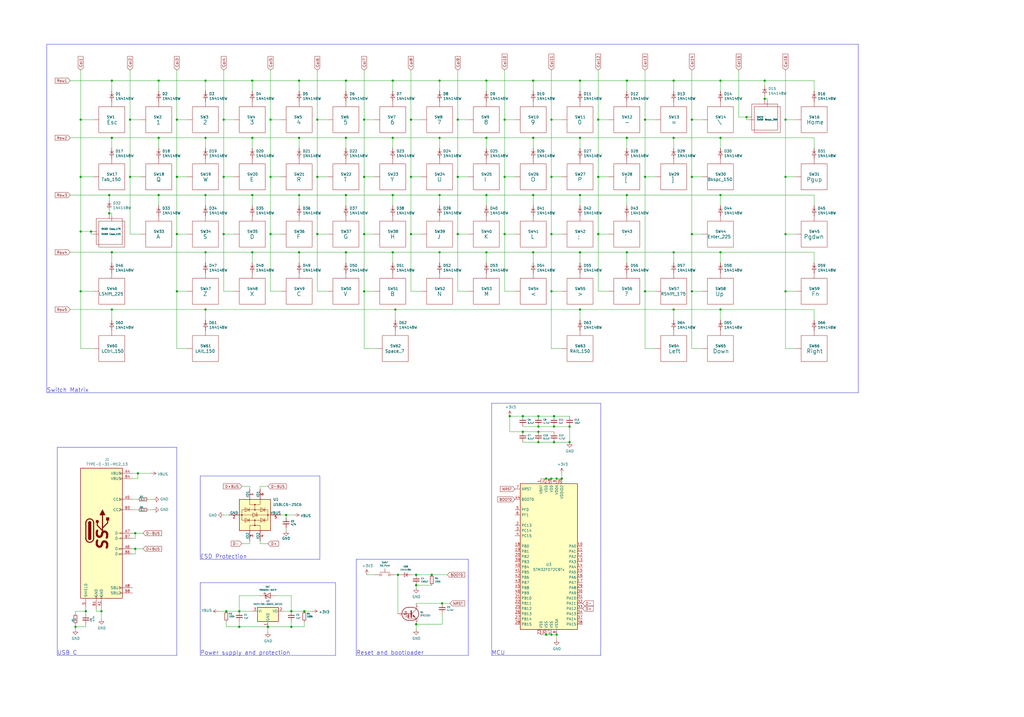
<source format=kicad_sch>
(kicad_sch (version 20200618) (host eeschema "(5.99.0-2054-gf42039699)")
  (page 1 1)
  (paper "User" 499.999 350.012)
  (lib_symbols
    (symbol "Device:C_Small" (pin_numbers hide) (pin_names (offset 0.254) hide)
      (property "Reference" "C" (at 0.254 1.778 0))
      (property "Value" "C_Small" (at 0.254 -2.032 0))
      (symbol "C_Small_1_1"
        (pin passive line (at 0 2.54 270) (length 2.032) (name "~") (number "1"))
        (pin passive line (at 0 -2.54 90) (length 2.032) (name "~") (number "2"))
      )
    )
    (symbol "Device:D_Schottky" (pin_numbers hide) (pin_names hide)
      (property "Reference" "D" (at 0 2.54 0))
      (property "Value" "D_Schottky" (at 0 -2.54 0))
      (symbol "D_Schottky_1_1"
        (pin passive line (at -3.81 0 0) (length 2.54) (name "K") (number "1"))
        (pin passive line (at 3.81 0 180) (length 2.54) (name "A") (number "2"))
      )
    )
    (symbol "Device:D_Small" (pin_numbers hide) (pin_names (offset 0.254) hide)
      (property "Reference" "D" (at -1.27 2.032 0))
      (property "Value" "D_Small" (at -3.81 -2.032 0))
      (symbol "D_Small_1_1"
        (pin passive line (at -2.54 0 0) (length 1.778) (name "K") (number "1"))
        (pin passive line (at 2.54 0 180) (length 1.778) (name "A") (number "2"))
      )
    )
    (symbol "Device:R_Small" (pin_numbers hide) (pin_names (offset 0.254) hide)
      (property "Reference" "R" (at 0.762 0.508 0))
      (property "Value" "R_Small" (at 0.762 -1.016 0))
      (symbol "R_Small_1_1"
        (pin passive line (at 0 2.54 270) (length 0.762) (name "~") (number "1"))
        (pin passive line (at 0 -2.54 90) (length 0.762) (name "~") (number "2"))
      )
    )
    (symbol "MCU_ST_STM32F0:STM32F072CBTx" (pin_names (offset 0.508))
      (property "Reference" "U" (at -15.24 36.83 0))
      (property "Value" "STM32F072CBTx" (at 7.62 36.83 0))
      (symbol "STM32F072CBTx_1_1"
        (pin power_in line (at -5.08 38.1 270) (length 2.54) (name "VBAT") (number "1"))
        (pin bidirectional line (at 15.24 5.08 180) (length 2.54) (name "PA0") (number "10"))
        (pin bidirectional line (at 15.24 2.54 180) (length 2.54) (name "PA1") (number "11"))
        (pin bidirectional line (at 15.24 0 180) (length 2.54) (name "PA2") (number "12"))
        (pin bidirectional line (at 15.24 -2.54 180) (length 2.54) (name "PA3") (number "13"))
        (pin bidirectional line (at 15.24 -5.08 180) (length 2.54) (name "PA4") (number "14"))
        (pin bidirectional line (at 15.24 -7.62 180) (length 2.54) (name "PA5") (number "15"))
        (pin bidirectional line (at 15.24 -10.16 180) (length 2.54) (name "PA6") (number "16"))
        (pin bidirectional line (at 15.24 -12.7 180) (length 2.54) (name "PA7") (number "17"))
        (pin bidirectional line (at -17.78 5.08 0) (length 2.54) (name "PB0") (number "18"))
        (pin bidirectional line (at -17.78 2.54 0) (length 2.54) (name "PB1") (number "19"))
        (pin bidirectional line (at -17.78 15.24 0) (length 2.54) (name "PC13") (number "2"))
        (pin bidirectional line (at -17.78 0 0) (length 2.54) (name "PB2") (number "20"))
        (pin bidirectional line (at -17.78 -20.32 0) (length 2.54) (name "PB10") (number "21"))
        (pin bidirectional line (at -17.78 -22.86 0) (length 2.54) (name "PB11") (number "22"))
        (pin power_in line (at -5.08 -38.1 90) (length 2.54) (name "VSS") (number "23"))
        (pin power_in line (at -2.54 38.1 270) (length 2.54) (name "VDD") (number "24"))
        (pin bidirectional line (at -17.78 -25.4 0) (length 2.54) (name "PB12") (number "25"))
        (pin bidirectional line (at -17.78 -27.94 0) (length 2.54) (name "PB13") (number "26"))
        (pin bidirectional line (at -17.78 -30.48 0) (length 2.54) (name "PB14") (number "27"))
        (pin bidirectional line (at -17.78 -33.02 0) (length 2.54) (name "PB15") (number "28"))
        (pin bidirectional line (at 15.24 -15.24 180) (length 2.54) (name "PA8") (number "29"))
        (pin bidirectional line (at -17.78 12.7 0) (length 2.54) (name "PC14") (number "3"))
        (pin bidirectional line (at 15.24 -17.78 180) (length 2.54) (name "PA9") (number "30"))
        (pin bidirectional line (at 15.24 -20.32 180) (length 2.54) (name "PA10") (number "31"))
        (pin bidirectional line (at 15.24 -22.86 180) (length 2.54) (name "PA11") (number "32"))
        (pin bidirectional line (at 15.24 -25.4 180) (length 2.54) (name "PA12") (number "33"))
        (pin bidirectional line (at 15.24 -27.94 180) (length 2.54) (name "PA13") (number "34"))
        (pin power_in line (at -2.54 -38.1 90) (length 2.54) (name "VSS") (number "35"))
        (pin power_in line (at 5.08 38.1 270) (length 2.54) (name "VDDIO2") (number "36"))
        (pin bidirectional line (at 15.24 -30.48 180) (length 2.54) (name "PA14") (number "37"))
        (pin bidirectional line (at 15.24 -33.02 180) (length 2.54) (name "PA15") (number "38"))
        (pin bidirectional line (at -17.78 -2.54 0) (length 2.54) (name "PB3") (number "39"))
        (pin bidirectional line (at -17.78 10.16 0) (length 2.54) (name "PC15") (number "4"))
        (pin bidirectional line (at -17.78 -5.08 0) (length 2.54) (name "PB4") (number "40"))
        (pin bidirectional line (at -17.78 -7.62 0) (length 2.54) (name "PB5") (number "41"))
        (pin bidirectional line (at -17.78 -10.16 0) (length 2.54) (name "PB6") (number "42"))
        (pin bidirectional line (at -17.78 -12.7 0) (length 2.54) (name "PB7") (number "43"))
        (pin input line (at -17.78 27.94 0) (length 2.54) (name "BOOT0") (number "44"))
        (pin bidirectional line (at -17.78 -15.24 0) (length 2.54) (name "PB8") (number "45"))
        (pin bidirectional line (at -17.78 -17.78 0) (length 2.54) (name "PB9") (number "46"))
        (pin power_in line (at 0 -38.1 90) (length 2.54) (name "VSS") (number "47"))
        (pin power_in line (at 0 38.1 270) (length 2.54) (name "VDD") (number "48"))
        (pin input line (at -17.78 22.86 0) (length 2.54) (name "PF0") (number "5"))
        (pin input line (at -17.78 20.32 0) (length 2.54) (name "PF1") (number "6"))
        (pin input line (at -17.78 33.02 0) (length 2.54) (name "NRST") (number "7"))
        (pin power_in line (at 2.54 -38.1 90) (length 2.54) (name "VSSA") (number "8"))
        (pin power_in line (at 2.54 38.1 270) (length 2.54) (name "VDDA") (number "9"))
      )
    )
    (symbol "Power_Protection:USBLC6-2SC6" (pin_names (offset 0))
      (property "Reference" "U" (at 5.08 8.89 0))
      (property "Value" "USBLC6-2SC6" (at 10.16 -10.16 0))
      (symbol "USBLC6-2SC6_1_1"
        (pin passive line (at -12.7 -2.54 0) (length 5.08) (name "IO1") (number "1"))
        (pin passive line (at 0 -12.7 90) (length 5.08) (name "GND") (number "2"))
        (pin passive line (at 12.7 -2.54 180) (length 5.08) (name "IO2") (number "3"))
        (pin passive line (at 12.7 2.54 180) (length 5.08) (name "IO2") (number "4"))
        (pin passive line (at 0 12.7 270) (length 5.08) (name "VBUS") (number "5"))
        (pin passive line (at -12.7 2.54 0) (length 5.08) (name "IO1") (number "6"))
      )
    )
    (symbol "Regulator_Linear:MCP1700-3002E_SOT23" (pin_names (offset 0.254))
      (property "Reference" "U" (at -3.81 3.175 0))
      (property "Value" "MCP1700-3002E_SOT23" (at 0 3.175 0))
      (symbol "MCP1700-3002E_SOT23_1_1"
        (pin power_in line (at 0 -7.62 90) (length 2.54) (name "GND") (number "1"))
        (pin power_out line (at 7.62 0 180) (length 2.54) (name "VO") (number "2"))
        (pin power_in line (at -7.62 0 0) (length 2.54) (name "VI") (number "3"))
      )
    )
    (symbol "Switch:SW_Push" (pin_numbers hide) (pin_names hide)
      (property "Reference" "SW" (at 1.27 2.54 0))
      (property "Value" "SW_Push" (at 0 -1.524 0))
      (symbol "SW_Push_0_1"
        (pin passive line (at -5.08 0 0) (length 2.54) (name "1") (number "1"))
        (pin passive line (at 5.08 0 180) (length 2.54) (name "2") (number "2"))
      )
    )
    (symbol "acheronSymbols:DTC123J" (pin_names (offset 0) hide)
      (property "Reference" "Q" (at 5.08 1.905 0))
      (property "Value" "DTC123J" (at 5.08 0 0))
      (symbol "DTC123J_0_0"
        (text "2k2" (at -2.54 1.016 0) (effects (font (size 0.381 0.381))))
        (text "47k" (at -2.286 -1.27 900) (effects (font (size 0.381 0.381))))
      )
      (symbol "DTC123J_1_1"
        (text "1" (at -5.207 -0.508 0) (effects (font (size 0.381 0.381))))
        (text "2" (at 3.048 -3.683 0) (effects (font (size 0.381 0.381))))
        (text "3" (at 3.048 3.683 0) (effects (font (size 0.381 0.381))))
        (pin input line (at -6.35 0 0) (length 2.54) (name "B") (number "1"))
        (pin passive line (at 2.54 -5.08 90) (length 2.54) (name "E") (number "2"))
        (pin passive line (at 2.54 5.08 270) (length 2.54) (name "C") (number "3"))
      )
    )
    (symbol "acheronSymbols:MXSwitch"
      (property "Reference" "SW" (at 0 0 0))
      (property "Value" "MXSwitch" (at 0 -3.81 0))
      (symbol "MXSwitch_1_1"
        (pin output line (at -8.89 0 0) (length 2.54) hide (name "Col") (number "1"))
        (pin input line (at 0 8.89 270) (length 2.54) hide (name "Row") (number "2"))
      )
    )
    (symbol "acheronSymbols:TYPE-C-31-M12_13"
      (property "Reference" "J" (at -1.27 35.56 0))
      (property "Value" "TYPE-C-31-M12_13" (at 10.16 33.02 0))
      (symbol "TYPE-C-31-M12_13_0_0"
        (text "SS" (at 0.508 -3.175 900) (effects (font (size 5.08 5.08) bold italic)))
      )
      (symbol "TYPE-C-31-M12_13_1_1"
        (pin power_out line (at 0 -36.83 90) (length 5.08) (name "GND") (number "A1"))
        (pin power_out line (at 15.24 29.21 180) (length 5.08) (name "VBUS") (number "A4"))
        (pin bidirectional line (at 15.24 16.51 180) (length 5.08) (name "CC1") (number "A5"))
        (pin bidirectional line (at 15.24 -7.62 180) (length 5.08) (name "D+") (number "A6"))
        (pin bidirectional line (at 15.24 0 180) (length 5.08) (name "D-") (number "A7"))
        (pin bidirectional line (at 15.24 -26.67 180) (length 5.08) (name "SBU1") (number "A8"))
        (pin power_out line (at -2.54 -36.83 90) (length 5.08) (name "GND") (number "B1"))
        (pin power_out line (at 15.24 26.67 180) (length 5.08) (name "VBUS") (number "B4"))
        (pin bidirectional line (at 15.24 11.43 180) (length 5.08) (name "CC2") (number "B5"))
        (pin bidirectional line (at 15.24 -10.16 180) (length 5.08) (name "D+") (number "B6"))
        (pin bidirectional line (at 15.24 -2.54 180) (length 5.08) (name "D-") (number "B7"))
        (pin bidirectional line (at 15.24 -29.21 180) (length 5.08) (name "SBU2") (number "B8"))
        (pin passive line (at -7.62 -36.83 90) (length 5.08) (name "SHIELD") (number "S"))
      )
    )
    (symbol "power:+3.3V" (power) (pin_names (offset 0))
      (property "Value" "+3.3V" (at 0 3.556 0))
      (symbol "+3.3V_1_1"
        (pin power_in line (at 0 0 90) (length 0) hide (name "+3V3") (number "1"))
      )
    )
    (symbol "power:GND" (power) (pin_names (offset 0))
      (property "Value" "GND" (at 0 -3.81 0))
      (symbol "GND_1_1"
        (pin power_in line (at 0 0 270) (length 0) hide (name "GND") (number "1"))
      )
    )
    (symbol "power:VBUS" (power) (pin_names (offset 0))
      (property "Value" "VBUS" (at 0 3.81 0))
      (symbol "VBUS_1_1"
        (pin power_in line (at 0 0 90) (length 0) hide (name "VBUS") (number "1"))
      )
    )
  )
  (junction (at 36.83 306.07))
  (junction (at 39.37 58.42))
  (junction (at 39.37 86.36))
  (junction (at 39.37 113.03))
  (junction (at 39.37 142.24))
  (junction (at 41.91 298.45))
  (junction (at 44.45 113.03))
  (junction (at 49.53 298.45))
  (junction (at 53.34 95.25))
  (junction (at 53.34 104.14))
  (junction (at 54.61 39.37))
  (junction (at 54.61 67.31))
  (junction (at 54.61 123.19))
  (junction (at 54.61 151.13))
  (junction (at 63.5 58.42))
  (junction (at 63.5 86.36))
  (junction (at 66.04 260.35))
  (junction (at 66.04 267.97))
  (junction (at 67.31 231.14))
  (junction (at 77.47 39.37))
  (junction (at 77.47 67.31))
  (junction (at 77.47 95.25))
  (junction (at 86.36 58.42))
  (junction (at 86.36 86.36))
  (junction (at 86.36 114.3))
  (junction (at 86.36 142.24))
  (junction (at 100.33 39.37))
  (junction (at 100.33 67.31))
  (junction (at 100.33 95.25))
  (junction (at 100.33 123.19))
  (junction (at 100.33 151.13))
  (junction (at 109.22 58.42))
  (junction (at 109.22 86.36))
  (junction (at 109.22 114.3))
  (junction (at 110.49 298.45))
  (junction (at 116.84 298.45))
  (junction (at 116.84 306.07))
  (junction (at 123.19 39.37))
  (junction (at 123.19 67.31))
  (junction (at 123.19 95.25))
  (junction (at 123.19 123.19))
  (junction (at 130.81 306.07))
  (junction (at 132.08 58.42))
  (junction (at 132.08 86.36))
  (junction (at 132.08 114.3))
  (junction (at 139.7 251.46))
  (junction (at 142.24 298.45))
  (junction (at 142.24 306.07))
  (junction (at 146.05 39.37))
  (junction (at 146.05 67.31))
  (junction (at 146.05 95.25))
  (junction (at 146.05 123.19))
  (junction (at 148.59 298.45))
  (junction (at 154.94 58.42))
  (junction (at 154.94 86.36))
  (junction (at 154.94 114.3))
  (junction (at 168.91 39.37))
  (junction (at 168.91 67.31))
  (junction (at 168.91 95.25))
  (junction (at 168.91 123.19))
  (junction (at 177.8 58.42))
  (junction (at 177.8 86.36))
  (junction (at 177.8 114.3))
  (junction (at 177.8 142.24))
  (junction (at 191.77 39.37))
  (junction (at 191.77 67.31))
  (junction (at 191.77 95.25))
  (junction (at 191.77 123.19))
  (junction (at 193.04 151.13))
  (junction (at 194.31 280.67))
  (junction (at 200.66 58.42))
  (junction (at 200.66 86.36))
  (junction (at 200.66 114.3))
  (junction (at 203.2 280.67))
  (junction (at 203.2 285.75))
  (junction (at 203.2 304.8))
  (junction (at 210.82 280.67))
  (junction (at 214.63 39.37))
  (junction (at 214.63 67.31))
  (junction (at 214.63 95.25))
  (junction (at 214.63 123.19))
  (junction (at 215.9 294.64))
  (junction (at 223.52 58.42))
  (junction (at 223.52 86.36))
  (junction (at 223.52 114.3))
  (junction (at 237.49 39.37))
  (junction (at 237.49 67.31))
  (junction (at 237.49 95.25))
  (junction (at 237.49 123.19))
  (junction (at 246.38 58.42))
  (junction (at 246.38 86.36))
  (junction (at 246.38 114.3))
  (junction (at 248.92 203.2))
  (junction (at 255.27 203.2))
  (junction (at 255.27 210.82))
  (junction (at 260.35 39.37))
  (junction (at 260.35 67.31))
  (junction (at 260.35 95.25))
  (junction (at 260.35 123.19))
  (junction (at 262.89 203.2))
  (junction (at 262.89 208.28))
  (junction (at 262.89 210.82))
  (junction (at 262.89 215.9))
  (junction (at 266.7 233.68))
  (junction (at 266.7 309.88))
  (junction (at 269.24 58.42))
  (junction (at 269.24 86.36))
  (junction (at 269.24 114.3))
  (junction (at 269.24 142.24))
  (junction (at 269.24 233.68))
  (junction (at 269.24 309.88))
  (junction (at 270.51 203.2))
  (junction (at 270.51 208.28))
  (junction (at 270.51 215.9))
  (junction (at 271.78 233.68))
  (junction (at 271.78 309.88))
  (junction (at 274.32 233.68))
  (junction (at 278.13 208.28))
  (junction (at 278.13 215.9))
  (junction (at 283.21 39.37))
  (junction (at 283.21 67.31))
  (junction (at 283.21 95.25))
  (junction (at 283.21 123.19))
  (junction (at 283.21 151.13))
  (junction (at 292.1 58.42))
  (junction (at 292.1 86.36))
  (junction (at 292.1 114.3))
  (junction (at 306.07 39.37))
  (junction (at 306.07 67.31))
  (junction (at 306.07 95.25))
  (junction (at 306.07 123.19))
  (junction (at 314.96 58.42))
  (junction (at 314.96 86.36))
  (junction (at 314.96 142.24))
  (junction (at 328.93 39.37))
  (junction (at 328.93 67.31))
  (junction (at 328.93 123.19))
  (junction (at 328.93 151.13))
  (junction (at 337.82 58.42))
  (junction (at 337.82 86.36))
  (junction (at 337.82 114.3))
  (junction (at 337.82 142.24))
  (junction (at 351.79 39.37))
  (junction (at 351.79 67.31))
  (junction (at 351.79 95.25))
  (junction (at 351.79 123.19))
  (junction (at 351.79 151.13))
  (junction (at 364.49 57.15))
  (junction (at 373.38 39.37))
  (junction (at 373.38 48.26))
  (junction (at 383.54 58.42))
  (junction (at 383.54 86.36))
  (junction (at 383.54 114.3))
  (junction (at 383.54 142.24))
  (wire (pts (xy 34.29 95.25) (xy 53.34 95.25)))
  (wire (pts (xy 34.29 151.13) (xy 54.61 151.13)))
  (wire (pts (xy 36.83 298.45) (xy 36.83 299.72)))
  (wire (pts (xy 36.83 304.8) (xy 36.83 306.07)))
  (wire (pts (xy 36.83 306.07) (xy 36.83 307.34)))
  (wire (pts (xy 36.83 306.07) (xy 41.91 306.07)))
  (wire (pts (xy 39.37 58.42) (xy 39.37 34.29)))
  (wire (pts (xy 39.37 86.36) (xy 39.37 58.42)))
  (wire (pts (xy 39.37 86.36) (xy 39.37 113.03)))
  (wire (pts (xy 39.37 113.03) (xy 39.37 142.24)))
  (wire (pts (xy 39.37 113.03) (xy 44.45 113.03)))
  (wire (pts (xy 39.37 142.24) (xy 39.37 170.18)))
  (wire (pts (xy 41.91 297.18) (xy 41.91 298.45)))
  (wire (pts (xy 41.91 298.45) (xy 36.83 298.45)))
  (wire (pts (xy 41.91 298.45) (xy 41.91 299.72)))
  (wire (pts (xy 41.91 306.07) (xy 41.91 304.8)))
  (wire (pts (xy 44.45 114.3) (xy 44.45 113.03)))
  (wire (pts (xy 45.72 58.42) (xy 39.37 58.42)))
  (wire (pts (xy 45.72 86.36) (xy 39.37 86.36)))
  (wire (pts (xy 45.72 114.3) (xy 44.45 114.3)))
  (wire (pts (xy 45.72 142.24) (xy 39.37 142.24)))
  (wire (pts (xy 45.72 170.18) (xy 39.37 170.18)))
  (wire (pts (xy 46.99 297.18) (xy 46.99 298.45)))
  (wire (pts (xy 46.99 298.45) (xy 49.53 298.45)))
  (wire (pts (xy 49.53 298.45) (xy 49.53 297.18)))
  (wire (pts (xy 49.53 298.45) (xy 49.53 302.26)))
  (wire (pts (xy 53.34 95.25) (xy 77.47 95.25)))
  (wire (pts (xy 53.34 97.79) (xy 53.34 95.25)))
  (wire (pts (xy 53.34 102.87) (xy 53.34 104.14)))
  (wire (pts (xy 53.34 104.14) (xy 54.61 104.14)))
  (wire (pts (xy 54.61 39.37) (xy 34.29 39.37)))
  (wire (pts (xy 54.61 44.45) (xy 54.61 39.37)))
  (wire (pts (xy 54.61 67.31) (xy 34.29 67.31)))
  (wire (pts (xy 54.61 72.39) (xy 54.61 67.31)))
  (wire (pts (xy 54.61 104.14) (xy 54.61 105.41)))
  (wire (pts (xy 54.61 123.19) (xy 34.29 123.19)))
  (wire (pts (xy 54.61 123.19) (xy 100.33 123.19)))
  (wire (pts (xy 54.61 128.27) (xy 54.61 123.19)))
  (wire (pts (xy 54.61 151.13) (xy 100.33 151.13)))
  (wire (pts (xy 54.61 156.21) (xy 54.61 151.13)))
  (wire (pts (xy 63.5 58.42) (xy 63.5 34.29)))
  (wire (pts (xy 63.5 58.42) (xy 63.5 86.36)))
  (wire (pts (xy 63.5 86.36) (xy 63.5 114.3)))
  (wire (pts (xy 64.77 231.14) (xy 67.31 231.14)))
  (wire (pts (xy 64.77 233.68) (xy 67.31 233.68)))
  (wire (pts (xy 64.77 243.84) (xy 67.31 243.84)))
  (wire (pts (xy 64.77 248.92) (xy 67.31 248.92)))
  (wire (pts (xy 64.77 260.35) (xy 66.04 260.35)))
  (wire (pts (xy 64.77 262.89) (xy 66.04 262.89)))
  (wire (pts (xy 64.77 267.97) (xy 66.04 267.97)))
  (wire (pts (xy 64.77 270.51) (xy 66.04 270.51)))
  (wire (pts (xy 66.04 260.35) (xy 69.85 260.35)))
  (wire (pts (xy 66.04 262.89) (xy 66.04 260.35)))
  (wire (pts (xy 66.04 267.97) (xy 69.85 267.97)))
  (wire (pts (xy 66.04 270.51) (xy 66.04 267.97)))
  (wire (pts (xy 67.31 231.14) (xy 73.66 231.14)))
  (wire (pts (xy 67.31 233.68) (xy 67.31 231.14)))
  (wire (pts (xy 68.58 58.42) (xy 63.5 58.42)))
  (wire (pts (xy 68.58 86.36) (xy 63.5 86.36)))
  (wire (pts (xy 68.58 114.3) (xy 63.5 114.3)))
  (wire (pts (xy 72.39 243.84) (xy 74.93 243.84)))
  (wire (pts (xy 72.39 248.92) (xy 74.93 248.92)))
  (wire (pts (xy 77.47 39.37) (xy 54.61 39.37)))
  (wire (pts (xy 77.47 44.45) (xy 77.47 39.37)))
  (wire (pts (xy 77.47 67.31) (xy 54.61 67.31)))
  (wire (pts (xy 77.47 72.39) (xy 77.47 67.31)))
  (wire (pts (xy 77.47 100.33) (xy 77.47 95.25)))
  (wire (pts (xy 86.36 58.42) (xy 86.36 34.29)))
  (wire (pts (xy 86.36 86.36) (xy 86.36 58.42)))
  (wire (pts (xy 86.36 114.3) (xy 86.36 86.36)))
  (wire (pts (xy 86.36 114.3) (xy 86.36 142.24)))
  (wire (pts (xy 86.36 142.24) (xy 86.36 170.18)))
  (wire (pts (xy 91.44 58.42) (xy 86.36 58.42)))
  (wire (pts (xy 91.44 86.36) (xy 86.36 86.36)))
  (wire (pts (xy 91.44 114.3) (xy 86.36 114.3)))
  (wire (pts (xy 91.44 142.24) (xy 86.36 142.24)))
  (wire (pts (xy 91.44 170.18) (xy 86.36 170.18)))
  (wire (pts (xy 100.33 39.37) (xy 77.47 39.37)))
  (wire (pts (xy 100.33 44.45) (xy 100.33 39.37)))
  (wire (pts (xy 100.33 67.31) (xy 77.47 67.31)))
  (wire (pts (xy 100.33 72.39) (xy 100.33 67.31)))
  (wire (pts (xy 100.33 95.25) (xy 77.47 95.25)))
  (wire (pts (xy 100.33 100.33) (xy 100.33 95.25)))
  (wire (pts (xy 100.33 128.27) (xy 100.33 123.19)))
  (wire (pts (xy 100.33 151.13) (xy 193.04 151.13)))
  (wire (pts (xy 100.33 156.21) (xy 100.33 151.13)))
  (wire (pts (xy 106.68 298.45) (xy 110.49 298.45)))
  (wire (pts (xy 109.22 58.42) (xy 109.22 34.29)))
  (wire (pts (xy 109.22 86.36) (xy 109.22 58.42)))
  (wire (pts (xy 109.22 114.3) (xy 109.22 86.36)))
  (wire (pts (xy 109.22 142.24) (xy 109.22 114.3)))
  (wire (pts (xy 109.22 251.46) (xy 111.76 251.46)))
  (wire (pts (xy 110.49 298.45) (xy 116.84 298.45)))
  (wire (pts (xy 110.49 303.53) (xy 110.49 306.07)))
  (wire (pts (xy 110.49 306.07) (xy 116.84 306.07)))
  (wire (pts (xy 114.3 58.42) (xy 109.22 58.42)))
  (wire (pts (xy 114.3 86.36) (xy 109.22 86.36)))
  (wire (pts (xy 114.3 114.3) (xy 109.22 114.3)))
  (wire (pts (xy 114.3 142.24) (xy 109.22 142.24)))
  (wire (pts (xy 116.84 290.83) (xy 116.84 298.45)))
  (wire (pts (xy 116.84 298.45) (xy 123.19 298.45)))
  (wire (pts (xy 116.84 303.53) (xy 116.84 306.07)))
  (wire (pts (xy 116.84 306.07) (xy 130.81 306.07)))
  (wire (pts (xy 118.11 237.49) (xy 121.92 237.49)))
  (wire (pts (xy 118.11 265.43) (xy 121.92 265.43)))
  (wire (pts (xy 121.92 237.49) (xy 121.92 238.76)))
  (wire (pts (xy 121.92 265.43) (xy 121.92 264.16)))
  (wire (pts (xy 123.19 39.37) (xy 100.33 39.37)))
  (wire (pts (xy 123.19 44.45) (xy 123.19 39.37)))
  (wire (pts (xy 123.19 67.31) (xy 100.33 67.31)))
  (wire (pts (xy 123.19 72.39) (xy 123.19 67.31)))
  (wire (pts (xy 123.19 95.25) (xy 100.33 95.25)))
  (wire (pts (xy 123.19 100.33) (xy 123.19 95.25)))
  (wire (pts (xy 123.19 123.19) (xy 100.33 123.19)))
  (wire (pts (xy 123.19 128.27) (xy 123.19 123.19)))
  (wire (pts (xy 127 237.49) (xy 130.81 237.49)))
  (wire (pts (xy 127 238.76) (xy 127 237.49)))
  (wire (pts (xy 127 264.16) (xy 127 265.43)))
  (wire (pts (xy 127 265.43) (xy 130.81 265.43)))
  (wire (pts (xy 127 290.83) (xy 116.84 290.83)))
  (wire (pts (xy 130.81 306.07) (xy 130.81 308.61)))
  (wire (pts (xy 130.81 306.07) (xy 142.24 306.07)))
  (wire (pts (xy 132.08 58.42) (xy 132.08 34.29)))
  (wire (pts (xy 132.08 86.36) (xy 132.08 58.42)))
  (wire (pts (xy 132.08 114.3) (xy 132.08 86.36)))
  (wire (pts (xy 132.08 142.24) (xy 132.08 114.3)))
  (wire (pts (xy 137.16 58.42) (xy 132.08 58.42)))
  (wire (pts (xy 137.16 86.36) (xy 132.08 86.36)))
  (wire (pts (xy 137.16 114.3) (xy 132.08 114.3)))
  (wire (pts (xy 137.16 142.24) (xy 132.08 142.24)))
  (wire (pts (xy 137.16 251.46) (xy 139.7 251.46)))
  (wire (pts (xy 138.43 298.45) (xy 142.24 298.45)))
  (wire (pts (xy 139.7 251.46) (xy 139.7 252.73)))
  (wire (pts (xy 139.7 251.46) (xy 143.51 251.46)))
  (wire (pts (xy 139.7 257.81) (xy 139.7 259.08)))
  (wire (pts (xy 142.24 290.83) (xy 134.62 290.83)))
  (wire (pts (xy 142.24 298.45) (xy 142.24 290.83)))
  (wire (pts (xy 142.24 298.45) (xy 148.59 298.45)))
  (wire (pts (xy 142.24 303.53) (xy 142.24 306.07)))
  (wire (pts (xy 142.24 306.07) (xy 148.59 306.07)))
  (wire (pts (xy 146.05 39.37) (xy 123.19 39.37)))
  (wire (pts (xy 146.05 44.45) (xy 146.05 39.37)))
  (wire (pts (xy 146.05 67.31) (xy 123.19 67.31)))
  (wire (pts (xy 146.05 72.39) (xy 146.05 67.31)))
  (wire (pts (xy 146.05 95.25) (xy 123.19 95.25)))
  (wire (pts (xy 146.05 100.33) (xy 146.05 95.25)))
  (wire (pts (xy 146.05 123.19) (xy 123.19 123.19)))
  (wire (pts (xy 146.05 128.27) (xy 146.05 123.19)))
  (wire (pts (xy 148.59 298.45) (xy 152.4 298.45)))
  (wire (pts (xy 148.59 306.07) (xy 148.59 303.53)))
  (wire (pts (xy 154.94 58.42) (xy 154.94 34.29)))
  (wire (pts (xy 154.94 86.36) (xy 154.94 58.42)))
  (wire (pts (xy 154.94 86.36) (xy 154.94 114.3)))
  (wire (pts (xy 154.94 142.24) (xy 154.94 114.3)))
  (wire (pts (xy 160.02 58.42) (xy 154.94 58.42)))
  (wire (pts (xy 160.02 86.36) (xy 154.94 86.36)))
  (wire (pts (xy 160.02 114.3) (xy 154.94 114.3)))
  (wire (pts (xy 160.02 142.24) (xy 154.94 142.24)))
  (wire (pts (xy 168.91 39.37) (xy 146.05 39.37)))
  (wire (pts (xy 168.91 44.45) (xy 168.91 39.37)))
  (wire (pts (xy 168.91 67.31) (xy 146.05 67.31)))
  (wire (pts (xy 168.91 72.39) (xy 168.91 67.31)))
  (wire (pts (xy 168.91 95.25) (xy 146.05 95.25)))
  (wire (pts (xy 168.91 100.33) (xy 168.91 95.25)))
  (wire (pts (xy 168.91 123.19) (xy 146.05 123.19)))
  (wire (pts (xy 168.91 128.27) (xy 168.91 123.19)))
  (wire (pts (xy 177.8 58.42) (xy 177.8 34.29)))
  (wire (pts (xy 177.8 86.36) (xy 177.8 58.42)))
  (wire (pts (xy 177.8 114.3) (xy 177.8 86.36)))
  (wire (pts (xy 177.8 114.3) (xy 177.8 142.24)))
  (wire (pts (xy 177.8 170.18) (xy 177.8 142.24)))
  (wire (pts (xy 179.07 280.67) (xy 182.88 280.67)))
  (wire (pts (xy 182.88 58.42) (xy 177.8 58.42)))
  (wire (pts (xy 182.88 86.36) (xy 177.8 86.36)))
  (wire (pts (xy 182.88 114.3) (xy 177.8 114.3)))
  (wire (pts (xy 182.88 142.24) (xy 177.8 142.24)))
  (wire (pts (xy 184.15 170.18) (xy 177.8 170.18)))
  (wire (pts (xy 191.77 39.37) (xy 168.91 39.37)))
  (wire (pts (xy 191.77 44.45) (xy 191.77 39.37)))
  (wire (pts (xy 191.77 67.31) (xy 168.91 67.31)))
  (wire (pts (xy 191.77 72.39) (xy 191.77 67.31)))
  (wire (pts (xy 191.77 95.25) (xy 168.91 95.25)))
  (wire (pts (xy 191.77 100.33) (xy 191.77 95.25)))
  (wire (pts (xy 191.77 123.19) (xy 168.91 123.19)))
  (wire (pts (xy 191.77 128.27) (xy 191.77 123.19)))
  (wire (pts (xy 193.04 151.13) (xy 283.21 151.13)))
  (wire (pts (xy 193.04 156.21) (xy 193.04 151.13)))
  (wire (pts (xy 193.04 280.67) (xy 194.31 280.67)))
  (wire (pts (xy 194.31 280.67) (xy 194.31 299.72)))
  (wire (pts (xy 194.31 280.67) (xy 195.58 280.67)))
  (wire (pts (xy 200.66 58.42) (xy 200.66 34.29)))
  (wire (pts (xy 200.66 86.36) (xy 200.66 58.42)))
  (wire (pts (xy 200.66 114.3) (xy 200.66 86.36)))
  (wire (pts (xy 200.66 142.24) (xy 200.66 114.3)))
  (wire (pts (xy 200.66 280.67) (xy 203.2 280.67)))
  (wire (pts (xy 203.2 280.67) (xy 210.82 280.67)))
  (wire (pts (xy 203.2 285.75) (xy 203.2 287.02)))
  (wire (pts (xy 203.2 294.64) (xy 215.9 294.64)))
  (wire (pts (xy 203.2 304.8) (xy 203.2 307.34)))
  (wire (pts (xy 205.74 58.42) (xy 200.66 58.42)))
  (wire (pts (xy 205.74 86.36) (xy 200.66 86.36)))
  (wire (pts (xy 205.74 114.3) (xy 200.66 114.3)))
  (wire (pts (xy 205.74 142.24) (xy 200.66 142.24)))
  (wire (pts (xy 210.82 280.67) (xy 218.44 280.67)))
  (wire (pts (xy 210.82 285.75) (xy 203.2 285.75)))
  (wire (pts (xy 214.63 39.37) (xy 191.77 39.37)))
  (wire (pts (xy 214.63 44.45) (xy 214.63 39.37)))
  (wire (pts (xy 214.63 67.31) (xy 191.77 67.31)))
  (wire (pts (xy 214.63 72.39) (xy 214.63 67.31)))
  (wire (pts (xy 214.63 95.25) (xy 191.77 95.25)))
  (wire (pts (xy 214.63 100.33) (xy 214.63 95.25)))
  (wire (pts (xy 214.63 123.19) (xy 191.77 123.19)))
  (wire (pts (xy 214.63 128.27) (xy 214.63 123.19)))
  (wire (pts (xy 215.9 294.64) (xy 219.71 294.64)))
  (wire (pts (xy 215.9 299.72) (xy 215.9 304.8)))
  (wire (pts (xy 215.9 304.8) (xy 203.2 304.8)))
  (wire (pts (xy 223.52 58.42) (xy 223.52 34.29)))
  (wire (pts (xy 223.52 86.36) (xy 223.52 58.42)))
  (wire (pts (xy 223.52 114.3) (xy 223.52 86.36)))
  (wire (pts (xy 223.52 142.24) (xy 223.52 114.3)))
  (wire (pts (xy 228.6 58.42) (xy 223.52 58.42)))
  (wire (pts (xy 228.6 86.36) (xy 223.52 86.36)))
  (wire (pts (xy 228.6 114.3) (xy 223.52 114.3)))
  (wire (pts (xy 228.6 142.24) (xy 223.52 142.24)))
  (wire (pts (xy 237.49 39.37) (xy 214.63 39.37)))
  (wire (pts (xy 237.49 44.45) (xy 237.49 39.37)))
  (wire (pts (xy 237.49 67.31) (xy 214.63 67.31)))
  (wire (pts (xy 237.49 72.39) (xy 237.49 67.31)))
  (wire (pts (xy 237.49 95.25) (xy 214.63 95.25)))
  (wire (pts (xy 237.49 100.33) (xy 237.49 95.25)))
  (wire (pts (xy 237.49 123.19) (xy 214.63 123.19)))
  (wire (pts (xy 237.49 128.27) (xy 237.49 123.19)))
  (wire (pts (xy 246.38 58.42) (xy 246.38 34.29)))
  (wire (pts (xy 246.38 86.36) (xy 246.38 58.42)))
  (wire (pts (xy 246.38 114.3) (xy 246.38 86.36)))
  (wire (pts (xy 246.38 142.24) (xy 246.38 114.3)))
  (wire (pts (xy 248.92 203.2) (xy 248.92 210.82)))
  (wire (pts (xy 248.92 203.2) (xy 255.27 203.2)))
  (wire (pts (xy 248.92 210.82) (xy 255.27 210.82)))
  (wire (pts (xy 251.46 58.42) (xy 246.38 58.42)))
  (wire (pts (xy 251.46 86.36) (xy 246.38 86.36)))
  (wire (pts (xy 251.46 114.3) (xy 246.38 114.3)))
  (wire (pts (xy 251.46 142.24) (xy 246.38 142.24)))
  (wire (pts (xy 255.27 203.2) (xy 262.89 203.2)))
  (wire (pts (xy 255.27 208.28) (xy 262.89 208.28)))
  (wire (pts (xy 255.27 210.82) (xy 262.89 210.82)))
  (wire (pts (xy 255.27 215.9) (xy 262.89 215.9)))
  (wire (pts (xy 260.35 39.37) (xy 237.49 39.37)))
  (wire (pts (xy 260.35 44.45) (xy 260.35 39.37)))
  (wire (pts (xy 260.35 67.31) (xy 237.49 67.31)))
  (wire (pts (xy 260.35 72.39) (xy 260.35 67.31)))
  (wire (pts (xy 260.35 95.25) (xy 237.49 95.25)))
  (wire (pts (xy 260.35 100.33) (xy 260.35 95.25)))
  (wire (pts (xy 260.35 123.19) (xy 237.49 123.19)))
  (wire (pts (xy 260.35 128.27) (xy 260.35 123.19)))
  (wire (pts (xy 262.89 203.2) (xy 270.51 203.2)))
  (wire (pts (xy 262.89 208.28) (xy 270.51 208.28)))
  (wire (pts (xy 262.89 210.82) (xy 270.51 210.82)))
  (wire (pts (xy 262.89 215.9) (xy 270.51 215.9)))
  (wire (pts (xy 264.16 233.68) (xy 266.7 233.68)))
  (wire (pts (xy 264.16 309.88) (xy 266.7 309.88)))
  (wire (pts (xy 266.7 233.68) (xy 269.24 233.68)))
  (wire (pts (xy 266.7 309.88) (xy 269.24 309.88)))
  (wire (pts (xy 269.24 58.42) (xy 269.24 34.29)))
  (wire (pts (xy 269.24 86.36) (xy 269.24 58.42)))
  (wire (pts (xy 269.24 114.3) (xy 269.24 86.36)))
  (wire (pts (xy 269.24 142.24) (xy 269.24 114.3)))
  (wire (pts (xy 269.24 170.18) (xy 269.24 142.24)))
  (wire (pts (xy 269.24 233.68) (xy 271.78 233.68)))
  (wire (pts (xy 269.24 309.88) (xy 271.78 309.88)))
  (wire (pts (xy 270.51 203.2) (xy 278.13 203.2)))
  (wire (pts (xy 270.51 208.28) (xy 278.13 208.28)))
  (wire (pts (xy 270.51 215.9) (xy 278.13 215.9)))
  (wire (pts (xy 271.78 233.68) (xy 274.32 233.68)))
  (wire (pts (xy 271.78 309.88) (xy 271.78 312.42)))
  (wire (pts (xy 274.32 58.42) (xy 269.24 58.42)))
  (wire (pts (xy 274.32 86.36) (xy 269.24 86.36)))
  (wire (pts (xy 274.32 114.3) (xy 269.24 114.3)))
  (wire (pts (xy 274.32 142.24) (xy 269.24 142.24)))
  (wire (pts (xy 274.32 170.18) (xy 269.24 170.18)))
  (wire (pts (xy 274.32 233.68) (xy 274.32 231.14)))
  (wire (pts (xy 278.13 208.28) (xy 278.13 215.9)))
  (wire (pts (xy 283.21 39.37) (xy 260.35 39.37)))
  (wire (pts (xy 283.21 44.45) (xy 283.21 39.37)))
  (wire (pts (xy 283.21 67.31) (xy 260.35 67.31)))
  (wire (pts (xy 283.21 72.39) (xy 283.21 67.31)))
  (wire (pts (xy 283.21 95.25) (xy 260.35 95.25)))
  (wire (pts (xy 283.21 100.33) (xy 283.21 95.25)))
  (wire (pts (xy 283.21 123.19) (xy 260.35 123.19)))
  (wire (pts (xy 283.21 128.27) (xy 283.21 123.19)))
  (wire (pts (xy 283.21 151.13) (xy 328.93 151.13)))
  (wire (pts (xy 283.21 156.21) (xy 283.21 151.13)))
  (wire (pts (xy 292.1 58.42) (xy 292.1 34.29)))
  (wire (pts (xy 292.1 86.36) (xy 292.1 58.42)))
  (wire (pts (xy 292.1 114.3) (xy 292.1 86.36)))
  (wire (pts (xy 292.1 142.24) (xy 292.1 114.3)))
  (wire (pts (xy 297.18 58.42) (xy 292.1 58.42)))
  (wire (pts (xy 297.18 86.36) (xy 292.1 86.36)))
  (wire (pts (xy 297.18 114.3) (xy 292.1 114.3)))
  (wire (pts (xy 297.18 142.24) (xy 292.1 142.24)))
  (wire (pts (xy 306.07 39.37) (xy 283.21 39.37)))
  (wire (pts (xy 306.07 44.45) (xy 306.07 39.37)))
  (wire (pts (xy 306.07 67.31) (xy 283.21 67.31)))
  (wire (pts (xy 306.07 72.39) (xy 306.07 67.31)))
  (wire (pts (xy 306.07 95.25) (xy 283.21 95.25)))
  (wire (pts (xy 306.07 95.25) (xy 351.79 95.25)))
  (wire (pts (xy 306.07 100.33) (xy 306.07 95.25)))
  (wire (pts (xy 306.07 123.19) (xy 283.21 123.19)))
  (wire (pts (xy 306.07 128.27) (xy 306.07 123.19)))
  (wire (pts (xy 314.96 58.42) (xy 314.96 34.29)))
  (wire (pts (xy 314.96 86.36) (xy 314.96 58.42)))
  (wire (pts (xy 314.96 86.36) (xy 314.96 142.24)))
  (wire (pts (xy 314.96 142.24) (xy 314.96 170.18)))
  (wire (pts (xy 314.96 170.18) (xy 320.04 170.18)))
  (wire (pts (xy 320.04 58.42) (xy 314.96 58.42)))
  (wire (pts (xy 320.04 86.36) (xy 314.96 86.36)))
  (wire (pts (xy 320.04 142.24) (xy 314.96 142.24)))
  (wire (pts (xy 328.93 39.37) (xy 306.07 39.37)))
  (wire (pts (xy 328.93 44.45) (xy 328.93 39.37)))
  (wire (pts (xy 328.93 67.31) (xy 306.07 67.31)))
  (wire (pts (xy 328.93 72.39) (xy 328.93 67.31)))
  (wire (pts (xy 328.93 123.19) (xy 306.07 123.19)))
  (wire (pts (xy 328.93 128.27) (xy 328.93 123.19)))
  (wire (pts (xy 328.93 151.13) (xy 351.79 151.13)))
  (wire (pts (xy 328.93 156.21) (xy 328.93 151.13)))
  (wire (pts (xy 337.82 58.42) (xy 337.82 34.29)))
  (wire (pts (xy 337.82 86.36) (xy 337.82 58.42)))
  (wire (pts (xy 337.82 86.36) (xy 337.82 114.3)))
  (wire (pts (xy 337.82 114.3) (xy 337.82 142.24)))
  (wire (pts (xy 337.82 142.24) (xy 337.82 170.18)))
  (wire (pts (xy 337.82 170.18) (xy 342.9 170.18)))
  (wire (pts (xy 342.9 58.42) (xy 337.82 58.42)))
  (wire (pts (xy 342.9 86.36) (xy 337.82 86.36)))
  (wire (pts (xy 342.9 114.3) (xy 337.82 114.3)))
  (wire (pts (xy 342.9 142.24) (xy 337.82 142.24)))
  (wire (pts (xy 351.79 39.37) (xy 328.93 39.37)))
  (wire (pts (xy 351.79 39.37) (xy 373.38 39.37)))
  (wire (pts (xy 351.79 44.45) (xy 351.79 39.37)))
  (wire (pts (xy 351.79 67.31) (xy 328.93 67.31)))
  (wire (pts (xy 351.79 67.31) (xy 397.51 67.31)))
  (wire (pts (xy 351.79 72.39) (xy 351.79 67.31)))
  (wire (pts (xy 351.79 95.25) (xy 397.51 95.25)))
  (wire (pts (xy 351.79 100.33) (xy 351.79 95.25)))
  (wire (pts (xy 351.79 123.19) (xy 328.93 123.19)))
  (wire (pts (xy 351.79 123.19) (xy 397.51 123.19)))
  (wire (pts (xy 351.79 128.27) (xy 351.79 123.19)))
  (wire (pts (xy 351.79 151.13) (xy 397.51 151.13)))
  (wire (pts (xy 351.79 156.21) (xy 351.79 151.13)))
  (wire (pts (xy 360.68 34.29) (xy 360.68 57.15)))
  (wire (pts (xy 360.68 57.15) (xy 364.49 57.15)))
  (wire (pts (xy 364.49 58.42) (xy 364.49 57.15)))
  (wire (pts (xy 365.76 58.42) (xy 364.49 58.42)))
  (wire (pts (xy 373.38 39.37) (xy 397.51 39.37)))
  (wire (pts (xy 373.38 41.91) (xy 373.38 39.37)))
  (wire (pts (xy 373.38 46.99) (xy 373.38 48.26)))
  (wire (pts (xy 374.65 48.26) (xy 373.38 48.26)))
  (wire (pts (xy 374.65 49.53) (xy 374.65 48.26)))
  (wire (pts (xy 383.54 58.42) (xy 383.54 34.29)))
  (wire (pts (xy 383.54 58.42) (xy 383.54 86.36)))
  (wire (pts (xy 383.54 86.36) (xy 383.54 114.3)))
  (wire (pts (xy 383.54 114.3) (xy 383.54 142.24)))
  (wire (pts (xy 383.54 142.24) (xy 383.54 170.18)))
  (wire (pts (xy 388.62 58.42) (xy 383.54 58.42)))
  (wire (pts (xy 388.62 86.36) (xy 383.54 86.36)))
  (wire (pts (xy 388.62 114.3) (xy 383.54 114.3)))
  (wire (pts (xy 388.62 142.24) (xy 383.54 142.24)))
  (wire (pts (xy 388.62 170.18) (xy 383.54 170.18)))
  (wire (pts (xy 397.51 44.45) (xy 397.51 39.37)))
  (wire (pts (xy 397.51 72.39) (xy 397.51 67.31)))
  (wire (pts (xy 397.51 100.33) (xy 397.51 95.25)))
  (wire (pts (xy 397.51 128.27) (xy 397.51 123.19)))
  (wire (pts (xy 397.51 156.21) (xy 397.51 151.13)))
  (polyline (pts (xy 22.86 21.59) (xy 22.86 191.77)) (stroke (width 0) (type solid)))
  (polyline (pts (xy 22.86 191.77) (xy 419.1 191.77)) (stroke (width 0) (type solid)))
  (polyline (pts (xy 27.94 218.44) (xy 27.94 320.04)) (stroke (width 0) (type solid)))
  (polyline (pts (xy 27.94 320.04) (xy 86.36 320.04)) (stroke (width 0) (type solid)))
  (polyline (pts (xy 86.36 218.44) (xy 27.94 218.44)) (stroke (width 0) (type solid)))
  (polyline (pts (xy 86.36 320.04) (xy 86.36 218.44)) (stroke (width 0) (type solid)))
  (polyline (pts (xy 97.79 232.41) (xy 97.79 273.05)) (stroke (width 0) (type solid)))
  (polyline (pts (xy 97.79 273.05) (xy 156.21 273.05)) (stroke (width 0) (type solid)))
  (polyline (pts (xy 97.79 284.48) (xy 97.79 320.04)) (stroke (width 0) (type solid)))
  (polyline (pts (xy 97.79 320.04) (xy 163.83 320.04)) (stroke (width 0) (type solid)))
  (polyline (pts (xy 156.21 232.41) (xy 97.79 232.41)) (stroke (width 0) (type solid)))
  (polyline (pts (xy 156.21 273.05) (xy 156.21 232.41)) (stroke (width 0) (type solid)))
  (polyline (pts (xy 163.83 284.48) (xy 97.79 284.48)) (stroke (width 0) (type solid)))
  (polyline (pts (xy 163.83 284.48) (xy 163.83 320.04)) (stroke (width 0) (type solid)))
  (polyline (pts (xy 173.99 273.05) (xy 173.99 320.04)) (stroke (width 0) (type solid)))
  (polyline (pts (xy 173.99 273.05) (xy 228.6 273.05)) (stroke (width 0) (type solid)))
  (polyline (pts (xy 173.99 320.04) (xy 228.6 320.04)) (stroke (width 0) (type solid)))
  (polyline (pts (xy 228.6 273.05) (xy 228.6 320.04)) (stroke (width 0) (type solid)))
  (polyline (pts (xy 240.03 196.85) (xy 240.03 320.04)) (stroke (width 0) (type solid)))
  (polyline (pts (xy 240.03 196.85) (xy 293.37 196.85)) (stroke (width 0) (type solid)))
  (polyline (pts (xy 240.03 320.04) (xy 293.37 320.04)) (stroke (width 0) (type solid)))
  (polyline (pts (xy 293.37 196.85) (xy 293.37 320.04)) (stroke (width 0) (type solid)))
  (polyline (pts (xy 419.1 21.59) (xy 22.86 21.59)) (stroke (width 0) (type solid)))
  (polyline (pts (xy 419.1 191.77) (xy 419.1 21.59)) (stroke (width 0) (type solid)))
  (text "Switch Matrix\n" (at 22.86 191.77 0) (effects (font (size 2.0066 2.0066)) (justify left bottom)))
  (text "USB C\n" (at 27.94 320.04 0) (effects (font (size 2.0066 2.0066)) (justify left bottom)))
  (text "ESD Protection\n" (at 97.79 273.05 0) (effects (font (size 2.0066 2.0066)) (justify left bottom)))
  (text "Power supply and protection" (at 97.79 320.04 0) (effects (font (size 2.0066 2.0066)) (justify left bottom)))
  (text "Reset and bootloader" (at 173.99 320.04 0) (effects (font (size 2.0066 2.0066)) (justify left bottom)))
  (text "MCU\n" (at 240.03 320.04 0) (effects (font (size 2.0066 2.0066)) (justify left bottom)))
  (global_label "Row1" (shape input) (at 34.29 39.37 180))
  (global_label "Row2" (shape input) (at 34.29 67.31 180))
  (global_label "Row3" (shape input) (at 34.29 95.25 180))
  (global_label "Row4" (shape input) (at 34.29 123.19 180))
  (global_label "Row5" (shape input) (at 34.29 151.13 180))
  (global_label "Col1" (shape input) (at 39.37 34.29 90))
  (global_label "Col2" (shape input) (at 63.5 34.29 90))
  (global_label "D-BUS" (shape input) (at 69.85 260.35 0))
  (global_label "D+BUS" (shape input) (at 69.85 267.97 0))
  (global_label "Col3" (shape input) (at 86.36 34.29 90))
  (global_label "Col4" (shape input) (at 109.22 34.29 90))
  (global_label "D+BUS" (shape input) (at 118.11 237.49 180))
  (global_label "D-" (shape input) (at 118.11 265.43 180))
  (global_label "D-BUS" (shape input) (at 130.81 237.49 0))
  (global_label "D+" (shape input) (at 130.81 265.43 0))
  (global_label "Col5" (shape input) (at 132.08 34.29 90))
  (global_label "Col6" (shape input) (at 154.94 34.29 90))
  (global_label "Col7" (shape input) (at 177.8 34.29 90))
  (global_label "Col8" (shape input) (at 200.66 34.29 90))
  (global_label "BOOT0" (shape input) (at 218.44 280.67 0))
  (global_label "NRST" (shape input) (at 219.71 294.64 0))
  (global_label "Col9" (shape input) (at 223.52 34.29 90))
  (global_label "Col10" (shape input) (at 246.38 34.29 90))
  (global_label "NRST" (shape input) (at 251.46 238.76 180))
  (global_label "BOOT0" (shape input) (at 251.46 243.84 180))
  (global_label "Col11" (shape input) (at 269.24 34.29 90))
  (global_label "D-" (shape input) (at 284.48 294.64 0))
  (global_label "D+" (shape input) (at 284.48 297.18 0))
  (global_label "Col12" (shape input) (at 292.1 34.29 90))
  (global_label "Col13" (shape input) (at 314.96 34.29 90))
  (global_label "Col14" (shape input) (at 337.82 34.29 90))
  (global_label "Col15" (shape input) (at 360.68 34.29 90))
  (global_label "Col16" (shape input) (at 383.54 34.29 90))
  (symbol (lib_id "power:VBUS") (at 73.66 231.14 270) (unit 1)
    (property "Reference" "#PWR0116" (effects hide))
    (property "Value" "VBUS" (at 76.9112 231.521 90) (effects (justify left)))
  )
  (symbol (lib_id "power:VBUS") (at 106.68 298.45 90) (unit 1)
    (property "Reference" "#PWR0117" (effects hide))
    (property "Value" "VBUS" (at 103.4542 298.069 90) (effects (justify left)))
  )
  (symbol (lib_id "power:VBUS") (at 143.51 251.46 270) (unit 1)
    (property "Reference" "#PWR0118" (effects hide))
    (property "Value" "VBUS" (at 146.7612 251.841 90) (effects (justify left)))
  )
  (symbol (lib_id "power:+3.3V") (at 152.4 298.45 270) (unit 1)
    (property "Reference" "#PWR0106" (effects hide))
    (property "Value" "+3.3V" (at 155.6512 298.831 90) (effects (justify left)))
  )
  (symbol (lib_id "power:+3.3V") (at 179.07 280.67 0) (unit 1)
    (property "Reference" "#PWR0115" (effects hide))
    (property "Value" "+3.3V" (at 179.451 276.2758 0))
  )
  (symbol (lib_id "power:+3.3V") (at 248.92 203.2 0) (unit 1)
    (property "Reference" "#PWR0111" (effects hide))
    (property "Value" "+3.3V" (at 249.301 198.8058 0))
  )
  (symbol (lib_id "power:+3.3V") (at 274.32 231.14 0) (unit 1)
    (property "Reference" "#PWR0109" (effects hide))
    (property "Value" "+3.3V" (at 274.701 226.7458 0))
  )
  (symbol (lib_id "power:GND") (at 36.83 307.34 0) (unit 1)
    (property "Reference" "#PWR0104" (effects hide))
    (property "Value" "GND" (at 36.957 311.7342 0))
  )
  (symbol (lib_id "power:GND") (at 49.53 302.26 0) (unit 1)
    (property "Reference" "#PWR0103" (effects hide))
    (property "Value" "GND" (at 49.657 306.6542 0))
  )
  (symbol (lib_id "power:GND") (at 74.93 243.84 90) (unit 1)
    (property "Reference" "#PWR0101" (effects hide))
    (property "Value" "GND" (at 78.1812 243.713 90) (effects (justify right)))
  )
  (symbol (lib_id "power:GND") (at 74.93 248.92 90) (unit 1)
    (property "Reference" "#PWR0102" (effects hide))
    (property "Value" "GND" (at 78.1812 248.793 90) (effects (justify right)))
  )
  (symbol (lib_id "power:GND") (at 109.22 251.46 270) (unit 1)
    (property "Reference" "#PWR0114" (effects hide))
    (property "Value" "GND" (at 105.9688 251.587 90) (effects (justify right)))
  )
  (symbol (lib_id "power:GND") (at 130.81 308.61 0) (unit 1)
    (property "Reference" "#PWR0105" (effects hide))
    (property "Value" "GND" (at 130.937 313.0042 0))
  )
  (symbol (lib_id "power:GND") (at 139.7 259.08 0) (unit 1)
    (property "Reference" "#PWR0113" (effects hide))
    (property "Value" "GND" (at 139.7 262.89 0))
  )
  (symbol (lib_id "power:GND") (at 203.2 287.02 0) (unit 1)
    (property "Reference" "#PWR0107" (effects hide))
    (property "Value" "GND" (at 203.327 291.4142 0))
  )
  (symbol (lib_id "power:GND") (at 203.2 307.34 0) (unit 1)
    (property "Reference" "#PWR0108" (effects hide))
    (property "Value" "GND" (at 203.327 311.7342 0))
  )
  (symbol (lib_id "power:GND") (at 271.78 312.42 0) (unit 1)
    (property "Reference" "#PWR0110" (effects hide))
    (property "Value" "GND" (at 271.907 316.8142 0))
  )
  (symbol (lib_id "power:GND") (at 278.13 215.9 0) (unit 1)
    (property "Reference" "#PWR0112" (effects hide))
    (property "Value" "GND" (at 278.257 220.2942 0))
  )
  (symbol (lib_id "Device:R_Small") (at 36.83 302.26 0) (unit 1)
    (property "Reference" "R1" (at 35.56 303.53 90) (effects (font (size 0.762 0.762)) (justify left)))
    (property "Value" "1M" (at 36.83 303.53 90) (effects (font (size 0.762 0.762)) (justify left)))
    (property "Footprint" "Resistor_SMD:R_0603_1608Metric" (effects hide))
  )
  (symbol (lib_id "Device:R_Small") (at 69.85 243.84 90) (unit 1)
    (property "Reference" "R2" (at 69.85 242.57 90) (effects (font (size 0.762 0.762)) (justify left)))
    (property "Value" "5.1k" (at 71.12 243.84 90) (effects (font (size 0.762 0.762)) (justify left)))
    (property "Footprint" "Resistor_SMD:R_0603_1608Metric" (effects hide))
  )
  (symbol (lib_id "Device:R_Small") (at 69.85 248.92 90) (unit 1)
    (property "Reference" "R6" (at 69.85 247.65 90) (effects (font (size 0.762 0.762)) (justify left)))
    (property "Value" "5.1k" (at 71.12 248.92 90) (effects (font (size 0.762 0.762)) (justify left)))
    (property "Footprint" "Resistor_SMD:R_0603_1608Metric" (effects hide))
  )
  (symbol (lib_id "Device:R_Small") (at 110.49 300.99 0) (unit 1)
    (property "Reference" "R3" (at 111.76 299.72 0) (effects (font (size 0.762 0.762)) (justify left)))
    (property "Value" "100k" (at 111.76 300.99 0) (effects (font (size 0.762 0.762)) (justify left)))
    (property "Footprint" "Resistor_SMD:R_0603_1608Metric" (effects hide))
  )
  (symbol (lib_id "Device:R_Small") (at 148.59 300.99 0) (unit 1)
    (property "Reference" "R4" (at 149.86 299.72 0) (effects (font (size 0.762 0.762)) (justify left)))
    (property "Value" "100k" (at 149.86 300.99 0) (effects (font (size 0.762 0.762)) (justify left)))
    (property "Footprint" "Resistor_SMD:R_0603_1608Metric" (effects hide))
  )
  (symbol (lib_id "Device:R_Small") (at 210.82 283.21 0) (unit 1)
    (property "Reference" "R5" (at 212.3186 282.448 0) (effects (font (size 0.762 0.762)) (justify left)))
    (property "Value" "100k" (at 212.3186 283.972 0) (effects (font (size 0.762 0.762)) (justify left)))
    (property "Footprint" "Resistor_SMD:R_0603_1608Metric" (effects hide))
  )
  (symbol (lib_id "Device:D_Small") (at 53.34 100.33 270) (unit 1)
    (property "Reference" "D32" (at 55.0672 99.1616 90) (effects (justify left)))
    (property "Value" "1N4148W" (at 55.0672 101.473 90) (effects (justify left)))
    (property "Footprint" "Diode_SMD:D_SOD-123" (effects hide))
  )
  (symbol (lib_id "Device:D_Small") (at 54.61 46.99 270) (unit 1)
    (property "Reference" "D1" (at 56.3372 45.8216 90) (effects (justify left)))
    (property "Value" "1N4148W" (at 56.3372 48.133 90) (effects (justify left)))
    (property "Footprint" "Diode_SMD:D_SOD-123" (effects hide))
  )
  (symbol (lib_id "Device:D_Small") (at 54.61 74.93 270) (unit 1)
    (property "Reference" "D17" (at 56.3372 73.7616 90) (effects (justify left)))
    (property "Value" "1N4148W" (at 56.3372 76.073 90) (effects (justify left)))
    (property "Footprint" "Diode_SMD:D_SOD-123" (effects hide))
  )
  (symbol (lib_id "Device:D_Small") (at 54.61 130.81 270) (unit 1)
    (property "Reference" "D46" (at 56.3372 129.6416 90) (effects (justify left)))
    (property "Value" "1N4148W" (at 56.3372 131.953 90) (effects (justify left)))
    (property "Footprint" "Diode_SMD:D_SOD-123" (effects hide))
  )
  (symbol (lib_id "Device:D_Small") (at 54.61 158.75 270) (unit 1)
    (property "Reference" "D60" (at 56.3372 157.5816 90) (effects (justify left)))
    (property "Value" "1N4148W" (at 56.3372 159.893 90) (effects (justify left)))
    (property "Footprint" "Diode_SMD:D_SOD-123" (effects hide))
  )
  (symbol (lib_id "Device:D_Small") (at 77.47 46.99 270) (unit 1)
    (property "Reference" "D2" (at 79.1972 45.8216 90) (effects (justify left)))
    (property "Value" "1N4148W" (at 79.1972 48.133 90) (effects (justify left)))
    (property "Footprint" "Diode_SMD:D_SOD-123" (effects hide))
  )
  (symbol (lib_id "Device:D_Small") (at 77.47 74.93 270) (unit 1)
    (property "Reference" "D18" (at 79.1972 73.7616 90) (effects (justify left)))
    (property "Value" "1N4148W" (at 79.1972 76.073 90) (effects (justify left)))
    (property "Footprint" "Diode_SMD:D_SOD-123" (effects hide))
  )
  (symbol (lib_id "Device:D_Small") (at 77.47 102.87 270) (unit 1)
    (property "Reference" "D33" (at 79.1972 101.7016 90) (effects (justify left)))
    (property "Value" "1N4148W" (at 79.1972 104.013 90) (effects (justify left)))
    (property "Footprint" "Diode_SMD:D_SOD-123" (effects hide))
  )
  (symbol (lib_id "Device:D_Small") (at 100.33 46.99 270) (unit 1)
    (property "Reference" "D3" (at 102.0572 45.8216 90) (effects (justify left)))
    (property "Value" "1N4148W" (at 102.0572 48.133 90) (effects (justify left)))
    (property "Footprint" "Diode_SMD:D_SOD-123" (effects hide))
  )
  (symbol (lib_id "Device:D_Small") (at 100.33 74.93 270) (unit 1)
    (property "Reference" "D19" (at 102.0572 73.7616 90) (effects (justify left)))
    (property "Value" "1N4148W" (at 102.0572 76.073 90) (effects (justify left)))
    (property "Footprint" "Diode_SMD:D_SOD-123" (effects hide))
  )
  (symbol (lib_id "Device:D_Small") (at 100.33 102.87 270) (unit 1)
    (property "Reference" "D34" (at 102.0572 101.7016 90) (effects (justify left)))
    (property "Value" "1N4148W" (at 102.0572 104.013 90) (effects (justify left)))
    (property "Footprint" "Diode_SMD:D_SOD-123" (effects hide))
  )
  (symbol (lib_id "Device:D_Small") (at 100.33 130.81 270) (unit 1)
    (property "Reference" "D47" (at 102.0572 129.6416 90) (effects (justify left)))
    (property "Value" "1N4148W" (at 102.0572 131.953 90) (effects (justify left)))
    (property "Footprint" "Diode_SMD:D_SOD-123" (effects hide))
  )
  (symbol (lib_id "Device:D_Small") (at 100.33 158.75 270) (unit 1)
    (property "Reference" "D61" (at 102.0572 157.5816 90) (effects (justify left)))
    (property "Value" "1N4148W" (at 102.0572 159.893 90) (effects (justify left)))
    (property "Footprint" "Diode_SMD:D_SOD-123" (effects hide))
  )
  (symbol (lib_id "Device:D_Small") (at 123.19 46.99 270) (unit 1)
    (property "Reference" "D4" (at 124.9172 45.8216 90) (effects (justify left)))
    (property "Value" "1N4148W" (at 124.9172 48.133 90) (effects (justify left)))
    (property "Footprint" "Diode_SMD:D_SOD-123" (effects hide))
  )
  (symbol (lib_id "Device:D_Small") (at 123.19 74.93 270) (unit 1)
    (property "Reference" "D20" (at 124.9172 73.7616 90) (effects (justify left)))
    (property "Value" "1N4148W" (at 124.9172 76.073 90) (effects (justify left)))
    (property "Footprint" "Diode_SMD:D_SOD-123" (effects hide))
  )
  (symbol (lib_id "Device:D_Small") (at 123.19 102.87 270) (unit 1)
    (property "Reference" "D35" (at 124.9172 101.7016 90) (effects (justify left)))
    (property "Value" "1N4148W" (at 124.9172 104.013 90) (effects (justify left)))
    (property "Footprint" "Diode_SMD:D_SOD-123" (effects hide))
  )
  (symbol (lib_id "Device:D_Small") (at 123.19 130.81 270) (unit 1)
    (property "Reference" "D48" (at 124.9172 129.6416 90) (effects (justify left)))
    (property "Value" "1N4148W" (at 124.9172 131.953 90) (effects (justify left)))
    (property "Footprint" "Diode_SMD:D_SOD-123" (effects hide))
  )
  (symbol (lib_id "Device:D_Small") (at 146.05 46.99 270) (unit 1)
    (property "Reference" "D5" (at 147.7772 45.8216 90) (effects (justify left)))
    (property "Value" "1N4148W" (at 147.7772 48.133 90) (effects (justify left)))
    (property "Footprint" "Diode_SMD:D_SOD-123" (effects hide))
  )
  (symbol (lib_id "Device:D_Small") (at 146.05 74.93 270) (unit 1)
    (property "Reference" "D21" (at 147.7772 73.7616 90) (effects (justify left)))
    (property "Value" "1N4148W" (at 147.7772 76.073 90) (effects (justify left)))
    (property "Footprint" "Diode_SMD:D_SOD-123" (effects hide))
  )
  (symbol (lib_id "Device:D_Small") (at 146.05 102.87 270) (unit 1)
    (property "Reference" "D36" (at 147.7772 101.7016 90) (effects (justify left)))
    (property "Value" "1N4148W" (at 147.7772 104.013 90) (effects (justify left)))
    (property "Footprint" "Diode_SMD:D_SOD-123" (effects hide))
  )
  (symbol (lib_id "Device:D_Small") (at 146.05 130.81 270) (unit 1)
    (property "Reference" "D49" (at 147.7772 129.6416 90) (effects (justify left)))
    (property "Value" "1N4148W" (at 147.7772 131.953 90) (effects (justify left)))
    (property "Footprint" "Diode_SMD:D_SOD-123" (effects hide))
  )
  (symbol (lib_id "Device:D_Small") (at 168.91 46.99 270) (unit 1)
    (property "Reference" "D6" (at 170.6372 45.8216 90) (effects (justify left)))
    (property "Value" "1N4148W" (at 170.6372 48.133 90) (effects (justify left)))
    (property "Footprint" "Diode_SMD:D_SOD-123" (effects hide))
  )
  (symbol (lib_id "Device:D_Small") (at 168.91 74.93 270) (unit 1)
    (property "Reference" "D22" (at 170.6372 73.7616 90) (effects (justify left)))
    (property "Value" "1N4148W" (at 170.6372 76.073 90) (effects (justify left)))
    (property "Footprint" "Diode_SMD:D_SOD-123" (effects hide))
  )
  (symbol (lib_id "Device:D_Small") (at 168.91 102.87 270) (unit 1)
    (property "Reference" "D37" (at 170.6372 101.7016 90) (effects (justify left)))
    (property "Value" "1N4148W" (at 170.6372 104.013 90) (effects (justify left)))
    (property "Footprint" "Diode_SMD:D_SOD-123" (effects hide))
  )
  (symbol (lib_id "Device:D_Small") (at 168.91 130.81 270) (unit 1)
    (property "Reference" "D50" (at 170.6372 129.6416 90) (effects (justify left)))
    (property "Value" "1N4148W" (at 170.6372 131.953 90) (effects (justify left)))
    (property "Footprint" "Diode_SMD:D_SOD-123" (effects hide))
  )
  (symbol (lib_id "Device:D_Small") (at 191.77 46.99 270) (unit 1)
    (property "Reference" "D7" (at 193.4972 45.8216 90) (effects (justify left)))
    (property "Value" "1N4148W" (at 193.4972 48.133 90) (effects (justify left)))
    (property "Footprint" "Diode_SMD:D_SOD-123" (effects hide))
  )
  (symbol (lib_id "Device:D_Small") (at 191.77 74.93 270) (unit 1)
    (property "Reference" "D23" (at 193.4972 73.7616 90) (effects (justify left)))
    (property "Value" "1N4148W" (at 193.4972 76.073 90) (effects (justify left)))
    (property "Footprint" "Diode_SMD:D_SOD-123" (effects hide))
  )
  (symbol (lib_id "Device:D_Small") (at 191.77 102.87 270) (unit 1)
    (property "Reference" "D38" (at 193.4972 101.7016 90) (effects (justify left)))
    (property "Value" "1N4148W" (at 193.4972 104.013 90) (effects (justify left)))
    (property "Footprint" "Diode_SMD:D_SOD-123" (effects hide))
  )
  (symbol (lib_id "Device:D_Small") (at 191.77 130.81 270) (unit 1)
    (property "Reference" "D51" (at 193.4972 129.6416 90) (effects (justify left)))
    (property "Value" "1N4148W" (at 193.4972 131.953 90) (effects (justify left)))
    (property "Footprint" "Diode_SMD:D_SOD-123" (effects hide))
  )
  (symbol (lib_id "Device:D_Small") (at 193.04 158.75 270) (unit 1)
    (property "Reference" "D62" (at 194.7672 157.5816 90) (effects (justify left)))
    (property "Value" "1N4148W" (at 194.7672 159.893 90) (effects (justify left)))
    (property "Footprint" "Diode_SMD:D_SOD-123" (effects hide))
  )
  (symbol (lib_id "Device:D_Small") (at 198.12 280.67 180) (unit 1)
    (property "Reference" "D68" (at 198.12 276.6568 0) (effects (font (size 0.762 0.762))))
    (property "Value" "1N4148W" (at 198.12 278.1808 0) (effects (font (size 0.762 0.762))))
    (property "Footprint" "Diode_SMD:D_SOD-123" (effects hide))
  )
  (symbol (lib_id "Device:D_Small") (at 214.63 46.99 270) (unit 1)
    (property "Reference" "D8" (at 216.3572 45.8216 90) (effects (justify left)))
    (property "Value" "1N4148W" (at 216.3572 48.133 90) (effects (justify left)))
    (property "Footprint" "Diode_SMD:D_SOD-123" (effects hide))
  )
  (symbol (lib_id "Device:D_Small") (at 214.63 74.93 270) (unit 1)
    (property "Reference" "D24" (at 216.3572 73.7616 90) (effects (justify left)))
    (property "Value" "1N4148W" (at 216.3572 76.073 90) (effects (justify left)))
    (property "Footprint" "Diode_SMD:D_SOD-123" (effects hide))
  )
  (symbol (lib_id "Device:D_Small") (at 214.63 102.87 270) (unit 1)
    (property "Reference" "D39" (at 216.3572 101.7016 90) (effects (justify left)))
    (property "Value" "1N4148W" (at 216.3572 104.013 90) (effects (justify left)))
    (property "Footprint" "Diode_SMD:D_SOD-123" (effects hide))
  )
  (symbol (lib_id "Device:D_Small") (at 214.63 130.81 270) (unit 1)
    (property "Reference" "D52" (at 216.3572 129.6416 90) (effects (justify left)))
    (property "Value" "1N4148W" (at 216.3572 131.953 90) (effects (justify left)))
    (property "Footprint" "Diode_SMD:D_SOD-123" (effects hide))
  )
  (symbol (lib_id "Device:D_Small") (at 237.49 46.99 270) (unit 1)
    (property "Reference" "D9" (at 239.2172 45.8216 90) (effects (justify left)))
    (property "Value" "1N4148W" (at 239.2172 48.133 90) (effects (justify left)))
    (property "Footprint" "Diode_SMD:D_SOD-123" (effects hide))
  )
  (symbol (lib_id "Device:D_Small") (at 237.49 74.93 270) (unit 1)
    (property "Reference" "D25" (at 239.2172 73.7616 90) (effects (justify left)))
    (property "Value" "1N4148W" (at 239.2172 76.073 90) (effects (justify left)))
    (property "Footprint" "Diode_SMD:D_SOD-123" (effects hide))
  )
  (symbol (lib_id "Device:D_Small") (at 237.49 102.87 270) (unit 1)
    (property "Reference" "D40" (at 239.2172 101.7016 90) (effects (justify left)))
    (property "Value" "1N4148W" (at 239.2172 104.013 90) (effects (justify left)))
    (property "Footprint" "Diode_SMD:D_SOD-123" (effects hide))
  )
  (symbol (lib_id "Device:D_Small") (at 237.49 130.81 270) (unit 1)
    (property "Reference" "D53" (at 239.2172 129.6416 90) (effects (justify left)))
    (property "Value" "1N4148W" (at 239.2172 131.953 90) (effects (justify left)))
    (property "Footprint" "Diode_SMD:D_SOD-123" (effects hide))
  )
  (symbol (lib_id "Device:D_Small") (at 260.35 46.99 270) (unit 1)
    (property "Reference" "D10" (at 262.0772 45.8216 90) (effects (justify left)))
    (property "Value" "1N4148W" (at 262.0772 48.133 90) (effects (justify left)))
    (property "Footprint" "Diode_SMD:D_SOD-123" (effects hide))
  )
  (symbol (lib_id "Device:D_Small") (at 260.35 74.93 270) (unit 1)
    (property "Reference" "D26" (at 262.0772 73.7616 90) (effects (justify left)))
    (property "Value" "1N4148W" (at 262.0772 76.073 90) (effects (justify left)))
    (property "Footprint" "Diode_SMD:D_SOD-123" (effects hide))
  )
  (symbol (lib_id "Device:D_Small") (at 260.35 102.87 270) (unit 1)
    (property "Reference" "D41" (at 262.0772 101.7016 90) (effects (justify left)))
    (property "Value" "1N4148W" (at 262.0772 104.013 90) (effects (justify left)))
    (property "Footprint" "Diode_SMD:D_SOD-123" (effects hide))
  )
  (symbol (lib_id "Device:D_Small") (at 260.35 130.81 270) (unit 1)
    (property "Reference" "D54" (at 262.0772 129.6416 90) (effects (justify left)))
    (property "Value" "1N4148W" (at 262.0772 131.953 90) (effects (justify left)))
    (property "Footprint" "Diode_SMD:D_SOD-123" (effects hide))
  )
  (symbol (lib_id "Device:D_Small") (at 283.21 46.99 270) (unit 1)
    (property "Reference" "D11" (at 284.9372 45.8216 90) (effects (justify left)))
    (property "Value" "1N4148W" (at 284.9372 48.133 90) (effects (justify left)))
    (property "Footprint" "Diode_SMD:D_SOD-123" (effects hide))
  )
  (symbol (lib_id "Device:D_Small") (at 283.21 74.93 270) (unit 1)
    (property "Reference" "D27" (at 284.9372 73.7616 90) (effects (justify left)))
    (property "Value" "1N4148W" (at 284.9372 76.073 90) (effects (justify left)))
    (property "Footprint" "Diode_SMD:D_SOD-123" (effects hide))
  )
  (symbol (lib_id "Device:D_Small") (at 283.21 102.87 270) (unit 1)
    (property "Reference" "D42" (at 284.9372 101.7016 90) (effects (justify left)))
    (property "Value" "1N4148W" (at 284.9372 104.013 90) (effects (justify left)))
    (property "Footprint" "Diode_SMD:D_SOD-123" (effects hide))
  )
  (symbol (lib_id "Device:D_Small") (at 283.21 130.81 270) (unit 1)
    (property "Reference" "D55" (at 284.9372 129.6416 90) (effects (justify left)))
    (property "Value" "1N4148W" (at 284.9372 131.953 90) (effects (justify left)))
    (property "Footprint" "Diode_SMD:D_SOD-123" (effects hide))
  )
  (symbol (lib_id "Device:D_Small") (at 283.21 158.75 270) (unit 1)
    (property "Reference" "D63" (at 284.9372 157.5816 90) (effects (justify left)))
    (property "Value" "1N4148W" (at 284.9372 159.893 90) (effects (justify left)))
    (property "Footprint" "Diode_SMD:D_SOD-123" (effects hide))
  )
  (symbol (lib_id "Device:D_Small") (at 306.07 46.99 270) (unit 1)
    (property "Reference" "D12" (at 307.7972 45.8216 90) (effects (justify left)))
    (property "Value" "1N4148W" (at 307.7972 48.133 90) (effects (justify left)))
    (property "Footprint" "Diode_SMD:D_SOD-123" (effects hide))
  )
  (symbol (lib_id "Device:D_Small") (at 306.07 74.93 270) (unit 1)
    (property "Reference" "D28" (at 307.7972 73.7616 90) (effects (justify left)))
    (property "Value" "1N4148W" (at 307.7972 76.073 90) (effects (justify left)))
    (property "Footprint" "Diode_SMD:D_SOD-123" (effects hide))
  )
  (symbol (lib_id "Device:D_Small") (at 306.07 102.87 270) (unit 1)
    (property "Reference" "D43" (at 307.7972 101.7016 90) (effects (justify left)))
    (property "Value" "1N4148W" (at 307.7972 104.013 90) (effects (justify left)))
    (property "Footprint" "Diode_SMD:D_SOD-123" (effects hide))
  )
  (symbol (lib_id "Device:D_Small") (at 306.07 130.81 270) (unit 1)
    (property "Reference" "D56" (at 307.7972 129.6416 90) (effects (justify left)))
    (property "Value" "1N4148W" (at 307.7972 131.953 90) (effects (justify left)))
    (property "Footprint" "Diode_SMD:D_SOD-123" (effects hide))
  )
  (symbol (lib_id "Device:D_Small") (at 328.93 46.99 270) (unit 1)
    (property "Reference" "D13" (at 330.6572 45.8216 90) (effects (justify left)))
    (property "Value" "1N4148W" (at 330.6572 48.133 90) (effects (justify left)))
    (property "Footprint" "Diode_SMD:D_SOD-123" (effects hide))
  )
  (symbol (lib_id "Device:D_Small") (at 328.93 74.93 270) (unit 1)
    (property "Reference" "D29" (at 330.6572 73.7616 90) (effects (justify left)))
    (property "Value" "1N4148W" (at 330.6572 76.073 90) (effects (justify left)))
    (property "Footprint" "Diode_SMD:D_SOD-123" (effects hide))
  )
  (symbol (lib_id "Device:D_Small") (at 328.93 130.81 270) (unit 1)
    (property "Reference" "D57" (at 330.6572 129.6416 90) (effects (justify left)))
    (property "Value" "1N4148W" (at 330.6572 131.953 90) (effects (justify left)))
    (property "Footprint" "Diode_SMD:D_SOD-123" (effects hide))
  )
  (symbol (lib_id "Device:D_Small") (at 328.93 158.75 270) (unit 1)
    (property "Reference" "D64" (at 330.6572 157.5816 90) (effects (justify left)))
    (property "Value" "1N4148W" (at 330.6572 159.893 90) (effects (justify left)))
    (property "Footprint" "Diode_SMD:D_SOD-123" (effects hide))
  )
  (symbol (lib_id "Device:D_Small") (at 351.79 46.99 270) (unit 1)
    (property "Reference" "D14" (at 353.5172 45.8216 90) (effects (justify left)))
    (property "Value" "1N4148W" (at 353.5172 48.133 90) (effects (justify left)))
    (property "Footprint" "Diode_SMD:D_SOD-123" (effects hide))
  )
  (symbol (lib_id "Device:D_Small") (at 351.79 74.93 270) (unit 1)
    (property "Reference" "D30" (at 353.5172 73.7616 90) (effects (justify left)))
    (property "Value" "1N4148W" (at 353.5172 76.073 90) (effects (justify left)))
    (property "Footprint" "Diode_SMD:D_SOD-123" (effects hide))
  )
  (symbol (lib_id "Device:D_Small") (at 351.79 102.87 270) (unit 1)
    (property "Reference" "D44" (at 353.5172 101.7016 90) (effects (justify left)))
    (property "Value" "1N4148W" (at 353.5172 104.013 90) (effects (justify left)))
    (property "Footprint" "Diode_SMD:D_SOD-123" (effects hide))
  )
  (symbol (lib_id "Device:D_Small") (at 351.79 130.81 270) (unit 1)
    (property "Reference" "D58" (at 353.5172 129.6416 90) (effects (justify left)))
    (property "Value" "1N4148W" (at 353.5172 131.953 90) (effects (justify left)))
    (property "Footprint" "Diode_SMD:D_SOD-123" (effects hide))
  )
  (symbol (lib_id "Device:D_Small") (at 351.79 158.75 270) (unit 1)
    (property "Reference" "D65" (at 353.5172 157.5816 90) (effects (justify left)))
    (property "Value" "1N4148W" (at 353.5172 159.893 90) (effects (justify left)))
    (property "Footprint" "Diode_SMD:D_SOD-123" (effects hide))
  )
  (symbol (lib_id "Device:D_Small") (at 373.38 44.45 270) (unit 1)
    (property "Reference" "D15" (at 375.1072 43.2816 90) (effects (justify left)))
    (property "Value" "1N4148W" (at 375.1072 45.593 90) (effects (justify left)))
    (property "Footprint" "Diode_SMD:D_SOD-123" (effects hide))
  )
  (symbol (lib_id "Device:D_Small") (at 397.51 46.99 270) (unit 1)
    (property "Reference" "D16" (at 399.2372 45.8216 90) (effects (justify left)))
    (property "Value" "1N4148W" (at 399.2372 48.133 90) (effects (justify left)))
    (property "Footprint" "Diode_SMD:D_SOD-123" (effects hide))
  )
  (symbol (lib_id "Device:D_Small") (at 397.51 74.93 270) (unit 1)
    (property "Reference" "D31" (at 399.2372 73.7616 90) (effects (justify left)))
    (property "Value" "1N4148W" (at 399.2372 76.073 90) (effects (justify left)))
    (property "Footprint" "Diode_SMD:D_SOD-123" (effects hide))
  )
  (symbol (lib_id "Device:D_Small") (at 397.51 102.87 270) (unit 1)
    (property "Reference" "D45" (at 399.2372 101.7016 90) (effects (justify left)))
    (property "Value" "1N4148W" (at 399.2372 104.013 90) (effects (justify left)))
    (property "Footprint" "Diode_SMD:D_SOD-123" (effects hide))
  )
  (symbol (lib_id "Device:D_Small") (at 397.51 130.81 270) (unit 1)
    (property "Reference" "D59" (at 399.2372 129.6416 90) (effects (justify left)))
    (property "Value" "1N4148W" (at 399.2372 131.953 90) (effects (justify left)))
    (property "Footprint" "Diode_SMD:D_SOD-123" (effects hide))
  )
  (symbol (lib_id "Device:D_Small") (at 397.51 158.75 270) (unit 1)
    (property "Reference" "D66" (at 399.2372 157.5816 90) (effects (justify left)))
    (property "Value" "1N4148W" (at 399.2372 159.893 90) (effects (justify left)))
    (property "Footprint" "Diode_SMD:D_SOD-123" (effects hide))
  )
  (symbol (lib_id "Device:C_Small") (at 41.91 302.26 0) (unit 1)
    (property "Reference" "C9" (at 44.45 303.53 90) (effects (font (size 0.762 0.762)) (justify left)))
    (property "Value" "4.7n" (at 45.72 303.53 90) (effects (font (size 0.762 0.762)) (justify left)))
    (property "Footprint" "Capacitor_SMD:C_0603_1608Metric" (effects hide))
  )
  (symbol (lib_id "Device:C_Small") (at 116.84 300.99 0) (unit 1)
    (property "Reference" "C1" (at 119.1768 300.228 0) (effects (font (size 0.762 0.762)) (justify left)))
    (property "Value" "1uF" (at 119.1768 301.752 0) (effects (font (size 0.762 0.762)) (justify left)))
    (property "Footprint" "Capacitor_SMD:C_0603_1608Metric" (effects hide))
  )
  (symbol (lib_id "Device:C_Small") (at 139.7 255.27 0) (unit 1)
    (property "Reference" "C2" (at 142.0368 254.508 0) (effects (font (size 0.762 0.762)) (justify left)))
    (property "Value" "4.7n" (at 142.0368 256.032 0) (effects (font (size 0.762 0.762)) (justify left)))
    (property "Footprint" "Capacitor_SMD:C_0603_1608Metric" (effects hide))
  )
  (symbol (lib_id "Device:C_Small") (at 142.24 300.99 0) (unit 1)
    (property "Reference" "C3" (at 144.5768 300.228 0) (effects (font (size 0.762 0.762)) (justify left)))
    (property "Value" "1uF" (at 144.5768 301.752 0) (effects (font (size 0.762 0.762)) (justify left)))
    (property "Footprint" "Capacitor_SMD:C_0603_1608Metric" (effects hide))
  )
  (symbol (lib_id "Device:C_Small") (at 203.2 283.21 0) (unit 1)
    (property "Reference" "C4" (at 205.5368 282.448 0) (effects (font (size 0.762 0.762)) (justify left)))
    (property "Value" "100uF" (at 205.5368 283.972 0) (effects (font (size 0.762 0.762)) (justify left)))
    (property "Footprint" "Capacitor_SMD:C_0805_2012Metric" (effects hide))
  )
  (symbol (lib_id "Device:C_Small") (at 215.9 297.18 0) (unit 1)
    (property "Reference" "C5" (at 218.2368 296.418 0) (effects (font (size 0.762 0.762)) (justify left)))
    (property "Value" "4.7nF" (at 218.2368 297.942 0) (effects (font (size 0.762 0.762)) (justify left)))
    (property "Footprint" "Capacitor_SMD:C_0603_1608Metric" (effects hide))
  )
  (symbol (lib_id "Device:C_Small") (at 255.27 205.74 0) (unit 1)
    (property "Reference" "C6" (at 257.6068 204.978 0) (effects (font (size 0.762 0.762)) (justify left)))
    (property "Value" "0.1uF" (at 257.6068 206.502 0) (effects (font (size 0.762 0.762)) (justify left)))
    (property "Footprint" "Capacitor_SMD:C_0603_1608Metric" (effects hide))
  )
  (symbol (lib_id "Device:C_Small") (at 255.27 213.36 0) (unit 1)
    (property "Reference" "C7" (at 257.6068 212.598 0) (effects (font (size 0.762 0.762)) (justify left)))
    (property "Value" "0.1uF" (at 257.6068 214.122 0) (effects (font (size 0.762 0.762)) (justify left)))
    (property "Footprint" "Capacitor_SMD:C_0603_1608Metric" (effects hide))
  )
  (symbol (lib_id "Device:C_Small") (at 262.89 205.74 0) (unit 1)
    (property "Reference" "C8" (at 265.2268 204.978 0) (effects (font (size 0.762 0.762)) (justify left)))
    (property "Value" "4.7uF" (at 265.2268 206.502 0) (effects (font (size 0.762 0.762)) (justify left)))
    (property "Footprint" "Capacitor_SMD:C_0603_1608Metric" (effects hide))
  )
  (symbol (lib_id "Device:C_Small") (at 262.89 213.36 0) (unit 1)
    (property "Reference" "C10" (at 265.2268 212.598 0) (effects (font (size 0.762 0.762)) (justify left)))
    (property "Value" "0.1uF" (at 265.2268 214.122 0) (effects (font (size 0.762 0.762)) (justify left)))
    (property "Footprint" "Capacitor_SMD:C_0603_1608Metric" (effects hide))
  )
  (symbol (lib_id "Device:C_Small") (at 270.51 205.74 0) (unit 1)
    (property "Reference" "C11" (at 272.8468 204.978 0) (effects (font (size 0.762 0.762)) (justify left)))
    (property "Value" "1uF" (at 272.8468 206.502 0) (effects (font (size 0.762 0.762)) (justify left)))
    (property "Footprint" "Capacitor_SMD:C_0603_1608Metric" (effects hide))
  )
  (symbol (lib_id "Device:C_Small") (at 270.51 213.36 0) (unit 1)
    (property "Reference" "C12" (at 272.8468 212.598 0) (effects (font (size 0.762 0.762)) (justify left)))
    (property "Value" "4.7uF" (at 272.8468 214.122 0) (effects (font (size 0.762 0.762)) (justify left)))
    (property "Footprint" "Capacitor_SMD:C_0603_1608Metric" (effects hide))
  )
  (symbol (lib_id "Device:C_Small") (at 278.13 205.74 0) (unit 1)
    (property "Reference" "C13" (at 280.4668 204.978 0) (effects (font (size 0.762 0.762)) (justify left)))
    (property "Value" "10uF" (at 280.4668 206.502 0) (effects (font (size 0.762 0.762)) (justify left)))
    (property "Footprint" "Capacitor_SMD:C_0603_1608Metric" (effects hide))
  )
  (symbol (lib_id "Device:D_Schottky") (at 130.81 290.83 0) (unit 1)
    (property "Reference" "D67" (at 130.81 286.5374 0) (effects (font (size 0.762 0.762))))
    (property "Value" "RB060M-60TR" (at 130.81 288.0614 0) (effects (font (size 0.762 0.762))))
    (property "Footprint" "Diode_SMD:D_SOD-123" (effects hide))
  )
  (symbol (lib_id "Switch:SW_Push") (at 187.96 280.67 0) (unit 1)
    (property "Reference" "SW67" (at 187.96 274.6248 0) (effects (font (size 0.762 0.762))))
    (property "Value" "SW_Push" (at 187.96 276.1488 0) (effects (font (size 0.762 0.762))))
    (property "Footprint" "random-keyboard-parts:PushButton_6x6mm_TH" (effects hide))
  )
  (symbol (lib_id "acheronSymbols:DTC123J") (at 200.66 299.72 0) (unit 1)
    (property "Reference" "Q1" (at 205.232 298.958 0) (effects (font (size 0.762 0.762)) (justify left)))
    (property "Value" "DTC123J" (at 205.232 300.482 0) (effects (font (size 0.762 0.762)) (justify left)))
    (property "Footprint" "Package_TO_SOT_SMD:SOT-23" (effects hide))
  )
  (symbol (lib_id "Regulator_Linear:MCP1700-3002E_SOT23") (at 130.81 298.45 0) (unit 1)
    (property "Reference" "U2" (at 130.81 293.497 0) (effects (font (size 0.762 0.762))))
    (property "Value" "MCP1700-3002E_SOT23" (at 130.81 295.021 0) (effects (font (size 0.762 0.762))))
    (property "Footprint" "Package_TO_SOT_SMD:SOT-23" (effects hide))
    (property "Datasheet" "http://ww1.microchip.com/downloads/en/DeviceDoc/20001826D.pdf" (effects hide))
  )
  (symbol (lib_id "acheronSymbols:MXSwitch") (at 53.34 113.03 0) (unit 1)
    (property "Reference" "SW32" (at 49.53 111.76 0) (effects (font (size 0.762 0.762)) (justify left)))
    (property "Value" "Caps_175" (at 53.34 111.76 0) (effects (font (size 0.762 0.762)) (justify left)))
    (property "Footprint" "acheron_MX:MX175" (effects hide))
  )
  (symbol (lib_id "acheronSymbols:MXSwitch") (at 54.61 58.42 0) (unit 1)
    (property "Reference" "SW1" (at 52.07 57.15 0) (effects (justify left)))
    (property "Value" "Esc" (at 52.07 59.69 0) (effects (font (size 2.0066 2.0066)) (justify left)))
    (property "Footprint" "acheron_MX:MX100" (effects hide))
  )
  (symbol (lib_id "acheronSymbols:MXSwitch") (at 54.61 86.36 0) (unit 1)
    (property "Reference" "SW17" (at 52.07 85.09 0) (effects (justify left)))
    (property "Value" "Tab_150" (at 49.53 87.63 0) (effects (font (size 1.4986 1.4986)) (justify left)))
    (property "Footprint" "acheron_MX:MX150" (effects hide))
  )
  (symbol (lib_id "acheronSymbols:MXSwitch") (at 54.61 114.3 0) (unit 1)
    (property "Reference" "SW69" (at 49.53 114.3 0) (effects (font (size 0.762 0.762)) (justify left)))
    (property "Value" "Caps_125" (at 53.34 114.3 0) (effects (font (size 0.762 0.762)) (justify left)))
    (property "Footprint" "acheron_MX:MX125" (effects hide))
  )
  (symbol (lib_id "acheronSymbols:MXSwitch") (at 54.61 142.24 0) (unit 1)
    (property "Reference" "SW46" (at 52.07 140.97 0) (effects (justify left)))
    (property "Value" "LShift_225" (at 48.26 143.51 0) (effects (font (size 1.4986 1.4986)) (justify left)))
    (property "Footprint" "acheron_MX:MX225" (effects hide))
  )
  (symbol (lib_id "acheronSymbols:MXSwitch") (at 54.61 170.18 0) (unit 1)
    (property "Reference" "SW60" (at 52.07 168.91 0) (effects (justify left)))
    (property "Value" "LCtrl_150" (at 49.53 171.45 0) (effects (font (size 1.4986 1.4986)) (justify left)))
    (property "Footprint" "acheron_MX:MX150" (effects hide))
  )
  (symbol (lib_id "acheronSymbols:MXSwitch") (at 77.47 58.42 0) (unit 1)
    (property "Reference" "SW2" (at 74.93 57.15 0) (effects (justify left)))
    (property "Value" "1" (at 76.2 59.69 0) (effects (font (size 2.0066 2.0066)) (justify left)))
    (property "Footprint" "acheron_MX:MX100" (effects hide))
  )
  (symbol (lib_id "acheronSymbols:MXSwitch") (at 77.47 86.36 0) (unit 1)
    (property "Reference" "SW18" (at 74.93 85.09 0) (effects (justify left)))
    (property "Value" "Q" (at 76.2 87.63 0) (effects (font (size 2.0066 2.0066)) (justify left)))
    (property "Footprint" "acheron_MX:MX100" (effects hide))
  )
  (symbol (lib_id "acheronSymbols:MXSwitch") (at 77.47 114.3 0) (unit 1)
    (property "Reference" "SW33" (at 74.93 113.03 0) (effects (justify left)))
    (property "Value" "A" (at 76.2 115.57 0) (effects (font (size 2.0066 2.0066)) (justify left)))
    (property "Footprint" "acheron_MX:MX100" (effects hide))
  )
  (symbol (lib_id "acheronSymbols:MXSwitch") (at 100.33 58.42 0) (unit 1)
    (property "Reference" "SW3" (at 97.79 57.15 0) (effects (justify left)))
    (property "Value" "2" (at 99.06 59.69 0) (effects (font (size 2.0066 2.0066)) (justify left)))
    (property "Footprint" "acheron_MX:MX100" (effects hide))
  )
  (symbol (lib_id "acheronSymbols:MXSwitch") (at 100.33 86.36 0) (unit 1)
    (property "Reference" "SW19" (at 97.79 85.09 0) (effects (justify left)))
    (property "Value" "W" (at 99.06 87.63 0) (effects (font (size 2.0066 2.0066)) (justify left)))
    (property "Footprint" "acheron_MX:MX100" (effects hide))
  )
  (symbol (lib_id "acheronSymbols:MXSwitch") (at 100.33 114.3 0) (unit 1)
    (property "Reference" "SW34" (at 97.79 113.03 0) (effects (justify left)))
    (property "Value" "S" (at 99.06 115.57 0) (effects (font (size 2.0066 2.0066)) (justify left)))
    (property "Footprint" "acheron_MX:MX100" (effects hide))
  )
  (symbol (lib_id "acheronSymbols:MXSwitch") (at 100.33 142.24 0) (unit 1)
    (property "Reference" "SW47" (at 97.79 140.97 0) (effects (justify left)))
    (property "Value" "Z" (at 99.06 143.51 0) (effects (font (size 2.0066 2.0066)) (justify left)))
    (property "Footprint" "acheron_MX:MX100" (effects hide))
  )
  (symbol (lib_id "acheronSymbols:MXSwitch") (at 100.33 170.18 0) (unit 1)
    (property "Reference" "SW61" (at 97.79 168.91 0) (effects (justify left)))
    (property "Value" "LAlt_150" (at 95.25 171.45 0) (effects (font (size 1.4986 1.4986)) (justify left)))
    (property "Footprint" "acheron_MX:MX150" (effects hide))
  )
  (symbol (lib_id "acheronSymbols:MXSwitch") (at 123.19 58.42 0) (unit 1)
    (property "Reference" "SW4" (at 120.65 57.15 0) (effects (justify left)))
    (property "Value" "3" (at 121.92 59.69 0) (effects (font (size 2.0066 2.0066)) (justify left)))
    (property "Footprint" "acheron_MX:MX100" (effects hide))
  )
  (symbol (lib_id "acheronSymbols:MXSwitch") (at 123.19 86.36 0) (unit 1)
    (property "Reference" "SW20" (at 120.65 85.09 0) (effects (justify left)))
    (property "Value" "E" (at 121.92 87.63 0) (effects (font (size 2.0066 2.0066)) (justify left)))
    (property "Footprint" "acheron_MX:MX100" (effects hide))
  )
  (symbol (lib_id "acheronSymbols:MXSwitch") (at 123.19 114.3 0) (unit 1)
    (property "Reference" "SW35" (at 120.65 113.03 0) (effects (justify left)))
    (property "Value" "D" (at 121.92 115.57 0) (effects (font (size 2.0066 2.0066)) (justify left)))
    (property "Footprint" "acheron_MX:MX100" (effects hide))
  )
  (symbol (lib_id "acheronSymbols:MXSwitch") (at 123.19 142.24 0) (unit 1)
    (property "Reference" "SW48" (at 120.65 140.97 0) (effects (justify left)))
    (property "Value" "X" (at 121.92 143.51 0) (effects (font (size 2.0066 2.0066)) (justify left)))
    (property "Footprint" "acheron_MX:MX100" (effects hide))
  )
  (symbol (lib_id "acheronSymbols:MXSwitch") (at 146.05 58.42 0) (unit 1)
    (property "Reference" "SW5" (at 143.51 57.15 0) (effects (justify left)))
    (property "Value" "4" (at 144.78 59.69 0) (effects (font (size 2.0066 2.0066)) (justify left)))
    (property "Footprint" "acheron_MX:MX100" (effects hide))
  )
  (symbol (lib_id "acheronSymbols:MXSwitch") (at 146.05 86.36 0) (unit 1)
    (property "Reference" "SW21" (at 143.51 85.09 0) (effects (justify left)))
    (property "Value" "R" (at 144.78 87.63 0) (effects (font (size 2.0066 2.0066)) (justify left)))
    (property "Footprint" "acheron_MX:MX100" (effects hide))
  )
  (symbol (lib_id "acheronSymbols:MXSwitch") (at 146.05 114.3 0) (unit 1)
    (property "Reference" "SW36" (at 143.51 113.03 0) (effects (justify left)))
    (property "Value" "F" (at 144.78 115.57 0) (effects (font (size 2.0066 2.0066)) (justify left)))
    (property "Footprint" "acheron_MX:MX100" (effects hide))
  )
  (symbol (lib_id "acheronSymbols:MXSwitch") (at 146.05 142.24 0) (unit 1)
    (property "Reference" "SW49" (at 143.51 140.97 0) (effects (justify left)))
    (property "Value" "C" (at 144.78 143.51 0) (effects (font (size 2.0066 2.0066)) (justify left)))
    (property "Footprint" "acheron_MX:MX100" (effects hide))
  )
  (symbol (lib_id "acheronSymbols:MXSwitch") (at 168.91 58.42 0) (unit 1)
    (property "Reference" "SW6" (at 166.37 57.15 0) (effects (justify left)))
    (property "Value" "5" (at 167.64 59.69 0) (effects (font (size 2.0066 2.0066)) (justify left)))
    (property "Footprint" "acheron_MX:MX100" (effects hide))
  )
  (symbol (lib_id "acheronSymbols:MXSwitch") (at 168.91 86.36 0) (unit 1)
    (property "Reference" "SW22" (at 166.37 85.09 0) (effects (justify left)))
    (property "Value" "T" (at 167.64 87.63 0) (effects (font (size 2.0066 2.0066)) (justify left)))
    (property "Footprint" "acheron_MX:MX100" (effects hide))
  )
  (symbol (lib_id "acheronSymbols:MXSwitch") (at 168.91 114.3 0) (unit 1)
    (property "Reference" "SW37" (at 166.37 113.03 0) (effects (justify left)))
    (property "Value" "G" (at 167.64 115.57 0) (effects (font (size 2.0066 2.0066)) (justify left)))
    (property "Footprint" "acheron_MX:MX100" (effects hide))
  )
  (symbol (lib_id "acheronSymbols:MXSwitch") (at 168.91 142.24 0) (unit 1)
    (property "Reference" "SW50" (at 166.37 140.97 0) (effects (justify left)))
    (property "Value" "V" (at 167.64 143.51 0) (effects (font (size 2.0066 2.0066)) (justify left)))
    (property "Footprint" "acheron_MX:MX100" (effects hide))
  )
  (symbol (lib_id "acheronSymbols:MXSwitch") (at 191.77 58.42 0) (unit 1)
    (property "Reference" "SW7" (at 189.23 57.15 0) (effects (justify left)))
    (property "Value" "6" (at 190.5 59.69 0) (effects (font (size 2.0066 2.0066)) (justify left)))
    (property "Footprint" "acheron_MX:MX100" (effects hide))
  )
  (symbol (lib_id "acheronSymbols:MXSwitch") (at 191.77 86.36 0) (unit 1)
    (property "Reference" "SW23" (at 189.23 85.09 0) (effects (justify left)))
    (property "Value" "Y" (at 190.5 87.63 0) (effects (font (size 2.0066 2.0066)) (justify left)))
    (property "Footprint" "acheron_MX:MX100" (effects hide))
  )
  (symbol (lib_id "acheronSymbols:MXSwitch") (at 191.77 114.3 0) (unit 1)
    (property "Reference" "SW38" (at 189.23 113.03 0) (effects (justify left)))
    (property "Value" "H" (at 190.5 115.57 0) (effects (font (size 2.0066 2.0066)) (justify left)))
    (property "Footprint" "acheron_MX:MX100" (effects hide))
  )
  (symbol (lib_id "acheronSymbols:MXSwitch") (at 191.77 142.24 0) (unit 1)
    (property "Reference" "SW51" (at 189.23 140.97 0) (effects (justify left)))
    (property "Value" "B" (at 190.5 143.51 0) (effects (font (size 2.0066 2.0066)) (justify left)))
    (property "Footprint" "acheron_MX:MX100" (effects hide))
  )
  (symbol (lib_id "acheronSymbols:MXSwitch") (at 193.04 170.18 0) (unit 1)
    (property "Reference" "SW62" (at 190.5 168.91 0) (effects (justify left)))
    (property "Value" "Space_7" (at 187.96 171.45 0) (effects (font (size 1.4986 1.4986)) (justify left)))
    (property "Footprint" "acheron_MX:MX700R" (effects hide))
  )
  (symbol (lib_id "acheronSymbols:MXSwitch") (at 214.63 58.42 0) (unit 1)
    (property "Reference" "SW8" (at 212.09 57.15 0) (effects (justify left)))
    (property "Value" "7" (at 213.36 59.69 0) (effects (font (size 2.0066 2.0066)) (justify left)))
    (property "Footprint" "acheron_MX:MX100" (effects hide))
  )
  (symbol (lib_id "acheronSymbols:MXSwitch") (at 214.63 86.36 0) (unit 1)
    (property "Reference" "SW24" (at 212.09 85.09 0) (effects (justify left)))
    (property "Value" "U" (at 213.36 87.63 0) (effects (font (size 2.0066 2.0066)) (justify left)))
    (property "Footprint" "acheron_MX:MX100" (effects hide))
  )
  (symbol (lib_id "acheronSymbols:MXSwitch") (at 214.63 114.3 0) (unit 1)
    (property "Reference" "SW39" (at 212.09 113.03 0) (effects (justify left)))
    (property "Value" "J" (at 213.36 115.57 0) (effects (font (size 2.0066 2.0066)) (justify left)))
    (property "Footprint" "acheron_MX:MX100" (effects hide))
  )
  (symbol (lib_id "acheronSymbols:MXSwitch") (at 214.63 142.24 0) (unit 1)
    (property "Reference" "SW52" (at 212.09 140.97 0) (effects (justify left)))
    (property "Value" "N" (at 213.36 143.51 0) (effects (font (size 2.0066 2.0066)) (justify left)))
    (property "Footprint" "acheron_MX:MX100" (effects hide))
  )
  (symbol (lib_id "acheronSymbols:MXSwitch") (at 237.49 58.42 0) (unit 1)
    (property "Reference" "SW9" (at 234.95 57.15 0) (effects (justify left)))
    (property "Value" "8" (at 236.22 59.69 0) (effects (font (size 2.0066 2.0066)) (justify left)))
    (property "Footprint" "acheron_MX:MX100" (effects hide))
  )
  (symbol (lib_id "acheronSymbols:MXSwitch") (at 237.49 86.36 0) (unit 1)
    (property "Reference" "SW25" (at 234.95 85.09 0) (effects (justify left)))
    (property "Value" "I" (at 236.22 87.63 0) (effects (font (size 2.0066 2.0066)) (justify left)))
    (property "Footprint" "acheron_MX:MX100" (effects hide))
  )
  (symbol (lib_id "acheronSymbols:MXSwitch") (at 237.49 114.3 0) (unit 1)
    (property "Reference" "SW40" (at 234.95 113.03 0) (effects (justify left)))
    (property "Value" "K" (at 236.22 115.57 0) (effects (font (size 2.0066 2.0066)) (justify left)))
    (property "Footprint" "acheron_MX:MX100" (effects hide))
  )
  (symbol (lib_id "acheronSymbols:MXSwitch") (at 237.49 142.24 0) (unit 1)
    (property "Reference" "SW53" (at 234.95 140.97 0) (effects (justify left)))
    (property "Value" "M" (at 236.22 143.51 0) (effects (font (size 2.0066 2.0066)) (justify left)))
    (property "Footprint" "acheron_MX:MX100" (effects hide))
  )
  (symbol (lib_id "acheronSymbols:MXSwitch") (at 260.35 58.42 0) (unit 1)
    (property "Reference" "SW10" (at 257.81 57.15 0) (effects (justify left)))
    (property "Value" "9" (at 259.08 59.69 0) (effects (font (size 2.0066 2.0066)) (justify left)))
    (property "Footprint" "acheron_MX:MX100" (effects hide))
  )
  (symbol (lib_id "acheronSymbols:MXSwitch") (at 260.35 86.36 0) (unit 1)
    (property "Reference" "SW26" (at 257.81 85.09 0) (effects (justify left)))
    (property "Value" "O" (at 259.08 87.63 0) (effects (font (size 2.0066 2.0066)) (justify left)))
    (property "Footprint" "acheron_MX:MX100" (effects hide))
  )
  (symbol (lib_id "acheronSymbols:MXSwitch") (at 260.35 114.3 0) (unit 1)
    (property "Reference" "SW41" (at 257.81 113.03 0) (effects (justify left)))
    (property "Value" "L" (at 259.08 115.57 0) (effects (font (size 2.0066 2.0066)) (justify left)))
    (property "Footprint" "acheron_MX:MX100" (effects hide))
  )
  (symbol (lib_id "acheronSymbols:MXSwitch") (at 260.35 142.24 0) (unit 1)
    (property "Reference" "SW54" (at 257.81 140.97 0) (effects (justify left)))
    (property "Value" "<" (at 259.08 143.51 0) (effects (font (size 2.0066 2.0066)) (justify left)))
    (property "Footprint" "acheron_MX:MX100" (effects hide))
  )
  (symbol (lib_id "acheronSymbols:MXSwitch") (at 283.21 58.42 0) (unit 1)
    (property "Reference" "SW11" (at 280.67 57.15 0) (effects (justify left)))
    (property "Value" "0" (at 281.94 59.69 0) (effects (font (size 2.0066 2.0066)) (justify left)))
    (property "Footprint" "acheron_MX:MX100" (effects hide))
  )
  (symbol (lib_id "acheronSymbols:MXSwitch") (at 283.21 86.36 0) (unit 1)
    (property "Reference" "SW27" (at 280.67 85.09 0) (effects (justify left)))
    (property "Value" "P" (at 281.94 87.63 0) (effects (font (size 2.0066 2.0066)) (justify left)))
    (property "Footprint" "acheron_MX:MX100" (effects hide))
  )
  (symbol (lib_id "acheronSymbols:MXSwitch") (at 283.21 114.3 0) (unit 1)
    (property "Reference" "SW42" (at 280.67 113.03 0) (effects (justify left)))
    (property "Value" ";" (at 281.94 115.57 0) (effects (font (size 2.0066 2.0066)) (justify left)))
    (property "Footprint" "acheron_MX:MX100" (effects hide))
  )
  (symbol (lib_id "acheronSymbols:MXSwitch") (at 283.21 142.24 0) (unit 1)
    (property "Reference" "SW55" (at 280.67 140.97 0) (effects (justify left)))
    (property "Value" ">" (at 281.94 143.51 0) (effects (font (size 2.0066 2.0066)) (justify left)))
    (property "Footprint" "acheron_MX:MX100" (effects hide))
  )
  (symbol (lib_id "acheronSymbols:MXSwitch") (at 283.21 170.18 0) (unit 1)
    (property "Reference" "SW63" (at 280.67 168.91 0) (effects (justify left)))
    (property "Value" "RAlt_150" (at 278.13 171.45 0) (effects (font (size 1.4986 1.4986)) (justify left)))
    (property "Footprint" "acheron_MX:MX150" (effects hide))
  )
  (symbol (lib_id "acheronSymbols:MXSwitch") (at 306.07 58.42 0) (unit 1)
    (property "Reference" "SW12" (at 303.53 57.15 0) (effects (justify left)))
    (property "Value" "-" (at 304.8 59.69 0) (effects (font (size 2.0066 2.0066)) (justify left)))
    (property "Footprint" "acheron_MX:MX100" (effects hide))
  )
  (symbol (lib_id "acheronSymbols:MXSwitch") (at 306.07 86.36 0) (unit 1)
    (property "Reference" "SW28" (at 303.53 85.09 0) (effects (justify left)))
    (property "Value" "[" (at 304.8 87.63 0) (effects (font (size 2.0066 2.0066)) (justify left)))
    (property "Footprint" "acheron_MX:MX100" (effects hide))
  )
  (symbol (lib_id "acheronSymbols:MXSwitch") (at 306.07 114.3 0) (unit 1)
    (property "Reference" "SW43" (at 303.53 113.03 0) (effects (justify left)))
    (property "Value" "'" (at 304.8 115.57 0) (effects (font (size 2.0066 2.0066)) (justify left)))
    (property "Footprint" "acheron_MX:MX100" (effects hide))
  )
  (symbol (lib_id "acheronSymbols:MXSwitch") (at 306.07 142.24 0) (unit 1)
    (property "Reference" "SW56" (at 303.53 140.97 0) (effects (justify left)))
    (property "Value" "?" (at 304.8 143.51 0) (effects (font (size 2.0066 2.0066)) (justify left)))
    (property "Footprint" "acheron_MX:MX100" (effects hide))
  )
  (symbol (lib_id "acheronSymbols:MXSwitch") (at 328.93 58.42 0) (unit 1)
    (property "Reference" "SW13" (at 326.39 57.15 0) (effects (justify left)))
    (property "Value" "=" (at 327.66 59.69 0) (effects (font (size 2.0066 2.0066)) (justify left)))
    (property "Footprint" "acheron_MX:MX100" (effects hide))
  )
  (symbol (lib_id "acheronSymbols:MXSwitch") (at 328.93 86.36 0) (unit 1)
    (property "Reference" "SW29" (at 326.39 85.09 0) (effects (justify left)))
    (property "Value" "]" (at 327.66 87.63 0) (effects (font (size 2.0066 2.0066)) (justify left)))
    (property "Footprint" "acheron_MX:MX100" (effects hide))
  )
  (symbol (lib_id "acheronSymbols:MXSwitch") (at 328.93 142.24 0) (unit 1)
    (property "Reference" "SW57" (at 326.39 140.97 0) (effects (justify left)))
    (property "Value" "RShift_175" (at 322.58 143.51 0) (effects (font (size 1.4986 1.4986)) (justify left)))
    (property "Footprint" "acheron_MX:MX175" (effects hide))
  )
  (symbol (lib_id "acheronSymbols:MXSwitch") (at 328.93 170.18 0) (unit 1)
    (property "Reference" "SW64" (at 326.39 168.91 0) (effects (justify left)))
    (property "Value" "Left" (at 326.39 171.45 0) (effects (font (size 2.0066 2.0066)) (justify left)))
    (property "Footprint" "acheron_MX:MX100" (effects hide))
  )
  (symbol (lib_id "acheronSymbols:MXSwitch") (at 351.79 58.42 0) (unit 1)
    (property "Reference" "SW14" (at 349.25 57.15 0) (effects (justify left)))
    (property "Value" "\\" (at 350.52 59.69 0) (effects (font (size 2.0066 2.0066)) (justify left)))
    (property "Footprint" "acheron_MX:MX100" (effects hide))
  )
  (symbol (lib_id "acheronSymbols:MXSwitch") (at 351.79 86.36 0) (unit 1)
    (property "Reference" "SW30" (at 349.25 85.09 0) (effects (justify left)))
    (property "Value" "Bkspc_150" (at 345.44 87.63 0) (effects (font (size 1.4986 1.4986)) (justify left)))
    (property "Footprint" "acheron_MX:MX150" (effects hide))
  )
  (symbol (lib_id "acheronSymbols:MXSwitch") (at 351.79 114.3 0) (unit 1)
    (property "Reference" "SW44" (at 349.25 113.03 0) (effects (justify left)))
    (property "Value" "Enter_225" (at 345.44 115.57 0) (effects (font (size 1.4986 1.4986)) (justify left)))
    (property "Footprint" "acheron_MX:MX225" (effects hide))
  )
  (symbol (lib_id "acheronSymbols:MXSwitch") (at 351.79 142.24 0) (unit 1)
    (property "Reference" "SW58" (at 349.25 140.97 0) (effects (justify left)))
    (property "Value" "Up" (at 349.25 143.51 0) (effects (font (size 2.0066 2.0066)) (justify left)))
    (property "Footprint" "acheron_MX:MX100" (effects hide))
  )
  (symbol (lib_id "acheronSymbols:MXSwitch") (at 351.79 170.18 0) (unit 1)
    (property "Reference" "SW65" (at 349.25 168.91 0) (effects (justify left)))
    (property "Value" "Down" (at 347.98 171.45 0) (effects (font (size 2.0066 2.0066)) (justify left)))
    (property "Footprint" "acheron_MX:MX100" (effects hide))
  )
  (symbol (lib_id "acheronSymbols:MXSwitch") (at 373.38 57.15 0) (unit 1)
    (property "Reference" "SW15" (at 369.57 57.15 0) (effects (font (size 0.762 0.762)) (justify left)))
    (property "Value" "`" (at 373.38 57.15 0) (effects (font (size 0.762 0.762)) (justify left)))
    (property "Footprint" "acheron_MX:MX100" (effects hide))
  )
  (symbol (lib_id "acheronSymbols:MXSwitch") (at 374.65 58.42 0) (unit 1)
    (property "Reference" "SW68" (at 369.57 58.42 0) (effects (font (size 0.762 0.762)) (justify left)))
    (property "Value" "Bkspc_200" (at 373.38 58.42 0) (effects (font (size 0.762 0.762)) (justify left)))
    (property "Footprint" "acheron_MX:MX200" (effects hide))
  )
  (symbol (lib_id "acheronSymbols:MXSwitch") (at 397.51 58.42 0) (unit 1)
    (property "Reference" "SW16" (at 394.97 57.15 0) (effects (justify left)))
    (property "Value" "Home" (at 393.7 59.69 0) (effects (font (size 2.0066 2.0066)) (justify left)))
    (property "Footprint" "acheron_MX:MX100" (effects hide))
  )
  (symbol (lib_id "acheronSymbols:MXSwitch") (at 397.51 86.36 0) (unit 1)
    (property "Reference" "SW31" (at 394.97 85.09 0) (effects (justify left)))
    (property "Value" "Pgup" (at 393.7 87.63 0) (effects (font (size 2.0066 2.0066)) (justify left)))
    (property "Footprint" "acheron_MX:MX100" (effects hide))
  )
  (symbol (lib_id "acheronSymbols:MXSwitch") (at 397.51 114.3 0) (unit 1)
    (property "Reference" "SW45" (at 394.97 113.03 0) (effects (justify left)))
    (property "Value" "Pgdwn" (at 392.43 115.57 0) (effects (font (size 2.0066 2.0066)) (justify left)))
    (property "Footprint" "acheron_MX:MX100" (effects hide))
  )
  (symbol (lib_id "acheronSymbols:MXSwitch") (at 397.51 142.24 0) (unit 1)
    (property "Reference" "SW59" (at 394.97 140.97 0) (effects (justify left)))
    (property "Value" "Fn" (at 396.24 143.51 0) (effects (font (size 2.0066 2.0066)) (justify left)))
    (property "Footprint" "acheron_MX:MX100" (effects hide))
  )
  (symbol (lib_id "acheronSymbols:MXSwitch") (at 397.51 170.18 0) (unit 1)
    (property "Reference" "SW66" (at 394.97 168.91 0) (effects (justify left)))
    (property "Value" "Right" (at 393.7 171.45 0) (effects (font (size 2.0066 2.0066)) (justify left)))
    (property "Footprint" "acheron_MX:MX100" (effects hide))
  )
  (symbol (lib_id "Power_Protection:USBLC6-2SC6") (at 124.46 251.46 270) (unit 1)
    (property "Reference" "U1" (at 133.35 243.84 90) (effects (justify left)))
    (property "Value" "USBLC6-2SC6" (at 133.35 246.38 90) (effects (justify left)))
    (property "Footprint" "Package_TO_SOT_SMD:SOT-23-6" (effects hide))
    (property "Datasheet" "http://www2.st.com/resource/en/datasheet/CD00050750.pdf" (effects hide))
  )
  (symbol (lib_id "acheronSymbols:TYPE-C-31-M12_13") (at 49.53 260.35 0) (unit 1)
    (property "Reference" "J1" (at 52.2478 224.3582 0))
    (property "Value" "TYPE-C-31-M12_13" (at 52.2478 226.6696 0))
    (property "Footprint" "acheron_Connectors:TYPE-C-31-M-12" (effects hide))
  )
  (symbol (lib_id "MCU_ST_STM32F0:STM32F072CBTx") (at 269.24 271.78 0) (unit 1)
    (property "Reference" "U3" (at 267.97 275.59 0))
    (property "Value" "STM32F072CBTx" (at 267.97 278.13 0))
    (property "Footprint" "Package_QFP:LQFP-48_7x7mm_P0.5mm" (effects hide))
    (property "Datasheet" "http://www.st.com/st-web-ui/static/active/en/resource/technical/document/datasheet/DM00090510.pdf" (effects hide))
  )
)
</source>
